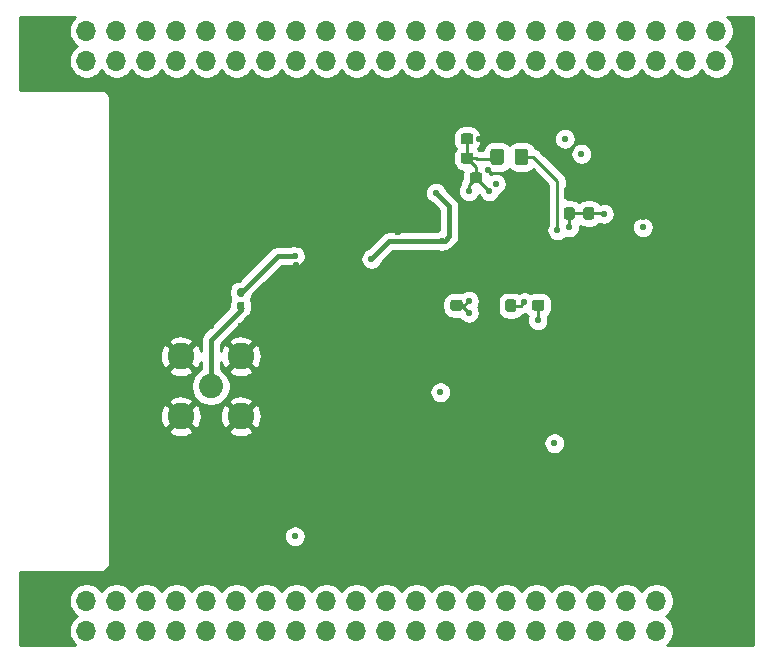
<source format=gbr>
%TF.GenerationSoftware,KiCad,Pcbnew,(5.1.9)-1*%
%TF.CreationDate,2021-09-29T12:39:09-05:00*%
%TF.ProjectId,zigbeeCape,7a696762-6565-4436-9170-652e6b696361,rev?*%
%TF.SameCoordinates,Original*%
%TF.FileFunction,Copper,L4,Bot*%
%TF.FilePolarity,Positive*%
%FSLAX46Y46*%
G04 Gerber Fmt 4.6, Leading zero omitted, Abs format (unit mm)*
G04 Created by KiCad (PCBNEW (5.1.9)-1) date 2021-09-29 12:39:09*
%MOMM*%
%LPD*%
G01*
G04 APERTURE LIST*
%TA.AperFunction,ComponentPad*%
%ADD10C,0.515000*%
%TD*%
%TA.AperFunction,ComponentPad*%
%ADD11C,0.600000*%
%TD*%
%TA.AperFunction,ComponentPad*%
%ADD12C,2.050000*%
%TD*%
%TA.AperFunction,ComponentPad*%
%ADD13C,2.250000*%
%TD*%
%TA.AperFunction,ComponentPad*%
%ADD14R,1.700000X1.700000*%
%TD*%
%TA.AperFunction,ComponentPad*%
%ADD15O,1.700000X1.700000*%
%TD*%
%TA.AperFunction,ViaPad*%
%ADD16C,0.558800*%
%TD*%
%TA.AperFunction,Conductor*%
%ADD17C,0.254000*%
%TD*%
%TA.AperFunction,Conductor*%
%ADD18C,0.381000*%
%TD*%
%TA.AperFunction,Conductor*%
%ADD19C,0.100000*%
%TD*%
G04 APERTURE END LIST*
D10*
%TO.P,U1,49*%
%TO.N,GND*%
X43670000Y32400000D03*
X43670000Y33430000D03*
X43670000Y34460000D03*
X43670000Y35490000D03*
X43670000Y36520000D03*
X42640000Y32400000D03*
X42640000Y33430000D03*
X42640000Y34460000D03*
X42640000Y35490000D03*
X42640000Y36520000D03*
X41610000Y32400000D03*
X41610000Y33430000D03*
X41610000Y34460000D03*
X41610000Y35490000D03*
X41610000Y36520000D03*
X40580000Y32400000D03*
X40580000Y33430000D03*
X40580000Y34460000D03*
X40580000Y35490000D03*
X40580000Y36520000D03*
X39550000Y32400000D03*
X39550000Y33430000D03*
X39550000Y34460000D03*
X39550000Y35490000D03*
X39550000Y36520000D03*
%TD*%
D11*
%TO.P,REF\u002A\u002A,1*%
%TO.N,GND*%
X46863000Y22479000D03*
%TD*%
%TO.P,REF\u002A\u002A,1*%
%TO.N,GND*%
X44196000Y25146000D03*
%TD*%
%TO.P,REF\u002A\u002A,1*%
%TO.N,GND*%
X47117000Y27559000D03*
%TD*%
%TO.P,REF\u002A\u002A,1*%
%TO.N,GND*%
X47244000Y33528000D03*
%TD*%
%TO.P,REF\u002A\u002A,1*%
%TO.N,GND*%
X40132000Y45720000D03*
%TD*%
%TO.P,REF\u002A\u002A,1*%
%TO.N,GND*%
X37592000Y45974000D03*
%TD*%
%TO.P,REF\u002A\u002A,1*%
%TO.N,GND*%
X40132000Y48006000D03*
%TD*%
%TO.P,REF\u002A\u002A,1*%
%TO.N,GND*%
X37592000Y48006000D03*
%TD*%
%TO.P,REF\u002A\u002A,1*%
%TO.N,GND*%
X46609000Y41656000D03*
%TD*%
%TO.P,REF\u002A\u002A,1*%
%TO.N,GND*%
X44958000Y43180000D03*
%TD*%
%TO.P,REF\u002A\u002A,1*%
%TO.N,GND*%
X42291000Y43815000D03*
%TD*%
%TO.P,REF\u002A\u002A,1*%
%TO.N,GND*%
X44831000Y45466000D03*
%TD*%
%TO.P,REF\u002A\u002A,1*%
%TO.N,GND*%
X42291000Y45466000D03*
%TD*%
%TO.P,REF\u002A\u002A,1*%
%TO.N,GND*%
X44831000Y48006000D03*
%TD*%
%TO.P,REF\u002A\u002A,1*%
%TO.N,GND*%
X34290000Y43561000D03*
%TD*%
%TO.P,REF\u002A\u002A,1*%
%TO.N,GND*%
X31750000Y43561000D03*
%TD*%
%TO.P,REF\u002A\u002A,1*%
%TO.N,GND*%
X29591000Y42926000D03*
%TD*%
%TO.P,REF\u002A\u002A,1*%
%TO.N,GND*%
X34671000Y45466000D03*
%TD*%
%TO.P,REF\u002A\u002A,1*%
%TO.N,GND*%
X32131000Y45466000D03*
%TD*%
%TO.P,REF\u002A\u002A,1*%
%TO.N,GND*%
X29591000Y45466000D03*
%TD*%
%TO.P,REF\u002A\u002A,1*%
%TO.N,GND*%
X34671000Y48006000D03*
%TD*%
%TO.P,REF\u002A\u002A,1*%
%TO.N,GND*%
X32131000Y48006000D03*
%TD*%
D12*
%TO.P,U3,1*%
%TO.N,Net-(C31-Pad2)*%
X16891000Y22606000D03*
D13*
%TO.P,U3,2*%
%TO.N,GND*%
X19431000Y20066000D03*
X19431000Y25146000D03*
X14351000Y25146000D03*
X14351000Y20066000D03*
%TD*%
D11*
%TO.P,REF\u002A\u002A,1*%
%TO.N,GND*%
X25273000Y35433000D03*
%TD*%
%TO.P,REF\u002A\u002A,1*%
%TO.N,GND*%
X28194000Y35560000D03*
%TD*%
%TO.P,REF\u002A\u002A,1*%
%TO.N,GND*%
X26670000Y34290000D03*
%TD*%
%TO.P,REF\u002A\u002A,1*%
%TO.N,GND*%
X27559000Y36957000D03*
%TD*%
%TO.P,REF\u002A\u002A,1*%
%TO.N,GND*%
X30480000Y36576000D03*
%TD*%
%TO.P,REF\u002A\u002A,1*%
%TO.N,GND*%
X29210000Y38100000D03*
%TD*%
%TO.P,REF\u002A\u002A,1*%
%TO.N,GND*%
X27305000Y38608000D03*
%TD*%
%TO.P,REF\u002A\u002A,1*%
%TO.N,GND*%
X28448000Y39751000D03*
%TD*%
%TO.P,REF\u002A\u002A,1*%
%TO.N,GND*%
X30099000Y39751000D03*
%TD*%
%TO.P,REF\u002A\u002A,1*%
%TO.N,GND*%
X31115000Y38481000D03*
%TD*%
%TO.P,REF\u002A\u002A,1*%
%TO.N,GND*%
X32766000Y35687000D03*
%TD*%
%TO.P,REF\u002A\u002A,1*%
%TO.N,GND*%
X29718000Y34671000D03*
%TD*%
%TO.P,REF\u002A\u002A,1*%
%TO.N,GND*%
X27940000Y33274000D03*
%TD*%
%TO.P,REF\u002A\u002A,1*%
%TO.N,GND*%
X26035000Y31877000D03*
%TD*%
%TO.P,REF\u002A\u002A,1*%
%TO.N,GND*%
X25781000Y29972000D03*
%TD*%
%TO.P,REF\u002A\u002A,1*%
%TO.N,GND*%
X24384000Y31242000D03*
%TD*%
%TO.P,REF\u002A\u002A,1*%
%TO.N,GND*%
X30226000Y27940000D03*
%TD*%
%TO.P,REF\u002A\u002A,1*%
%TO.N,GND*%
X32639000Y28194000D03*
%TD*%
%TO.P,REF\u002A\u002A,1*%
%TO.N,GND*%
X31242000Y26797000D03*
%TD*%
%TO.P,REF\u002A\u002A,1*%
%TO.N,GND*%
X28702000Y26416000D03*
%TD*%
%TO.P,REF\u002A\u002A,1*%
%TO.N,GND*%
X28829000Y23876000D03*
%TD*%
%TO.P,REF\u002A\u002A,1*%
%TO.N,GND*%
X25654000Y10287000D03*
%TD*%
%TO.P,REF\u002A\u002A,1*%
%TO.N,GND*%
X15875000Y9144000D03*
%TD*%
%TO.P,REF\u002A\u002A,1*%
%TO.N,GND*%
X12954000Y9144000D03*
%TD*%
%TO.P,REF\u002A\u002A,1*%
%TO.N,GND*%
X31750000Y16383000D03*
%TD*%
%TO.P,REF\u002A\u002A,1*%
%TO.N,GND*%
X31750000Y18796000D03*
%TD*%
%TO.P,REF\u002A\u002A,1*%
%TO.N,GND*%
X29591000Y19939000D03*
%TD*%
%TO.P,REF\u002A\u002A,1*%
%TO.N,GND*%
X29464000Y17526000D03*
%TD*%
%TO.P,REF\u002A\u002A,1*%
%TO.N,GND*%
X29464000Y14986000D03*
%TD*%
%TO.P,REF\u002A\u002A,1*%
%TO.N,GND*%
X27051000Y12446000D03*
%TD*%
%TO.P,REF\u002A\u002A,1*%
%TO.N,GND*%
X24511000Y12446000D03*
%TD*%
%TO.P,REF\u002A\u002A,1*%
%TO.N,GND*%
X21971000Y12446000D03*
%TD*%
%TO.P,REF\u002A\u002A,1*%
%TO.N,GND*%
X18440400Y10718800D03*
%TD*%
%TO.P,REF\u002A\u002A,1*%
%TO.N,GND*%
X16281400Y12776200D03*
%TD*%
%TO.P,REF\u002A\u002A,1*%
%TO.N,GND*%
X12903200Y12801600D03*
%TD*%
%TO.P,REF\u002A\u002A,1*%
%TO.N,GND*%
X9271000Y10668000D03*
%TD*%
%TO.P,REF\u002A\u002A,1*%
%TO.N,GND*%
X27051000Y14986000D03*
%TD*%
%TO.P,REF\u002A\u002A,1*%
%TO.N,GND*%
X24511000Y14986000D03*
%TD*%
%TO.P,REF\u002A\u002A,1*%
%TO.N,GND*%
X21971000Y14986000D03*
%TD*%
%TO.P,REF\u002A\u002A,1*%
%TO.N,GND*%
X19431000Y14986000D03*
%TD*%
%TO.P,REF\u002A\u002A,1*%
%TO.N,GND*%
X16891000Y14986000D03*
%TD*%
%TO.P,REF\u002A\u002A,1*%
%TO.N,GND*%
X14351000Y14986000D03*
%TD*%
%TO.P,REF\u002A\u002A,1*%
%TO.N,GND*%
X11811000Y14986000D03*
%TD*%
%TO.P,REF\u002A\u002A,1*%
%TO.N,GND*%
X9271000Y14986000D03*
%TD*%
%TO.P,REF\u002A\u002A,1*%
%TO.N,GND*%
X27051000Y17526000D03*
%TD*%
%TO.P,REF\u002A\u002A,1*%
%TO.N,GND*%
X24511000Y17526000D03*
%TD*%
%TO.P,REF\u002A\u002A,1*%
%TO.N,GND*%
X21971000Y17526000D03*
%TD*%
%TO.P,REF\u002A\u002A,1*%
%TO.N,GND*%
X19431000Y17526000D03*
%TD*%
%TO.P,REF\u002A\u002A,1*%
%TO.N,GND*%
X16891000Y17526000D03*
%TD*%
%TO.P,REF\u002A\u002A,1*%
%TO.N,GND*%
X14351000Y17526000D03*
%TD*%
%TO.P,REF\u002A\u002A,1*%
%TO.N,GND*%
X11811000Y17526000D03*
%TD*%
%TO.P,REF\u002A\u002A,1*%
%TO.N,GND*%
X9271000Y17526000D03*
%TD*%
%TO.P,REF\u002A\u002A,1*%
%TO.N,GND*%
X27051000Y20066000D03*
%TD*%
%TO.P,REF\u002A\u002A,1*%
%TO.N,GND*%
X24511000Y20066000D03*
%TD*%
%TO.P,REF\u002A\u002A,1*%
%TO.N,GND*%
X21971000Y20066000D03*
%TD*%
%TO.P,REF\u002A\u002A,1*%
%TO.N,GND*%
X16891000Y20066000D03*
%TD*%
%TO.P,REF\u002A\u002A,1*%
%TO.N,GND*%
X11811000Y20066000D03*
%TD*%
%TO.P,REF\u002A\u002A,1*%
%TO.N,GND*%
X9271000Y20066000D03*
%TD*%
%TO.P,REF\u002A\u002A,1*%
%TO.N,GND*%
X27051000Y22606000D03*
%TD*%
%TO.P,REF\u002A\u002A,1*%
%TO.N,GND*%
X24511000Y22606000D03*
%TD*%
%TO.P,REF\u002A\u002A,1*%
%TO.N,GND*%
X21971000Y22606000D03*
%TD*%
%TO.P,REF\u002A\u002A,1*%
%TO.N,GND*%
X19431000Y22606000D03*
%TD*%
%TO.P,REF\u002A\u002A,1*%
%TO.N,GND*%
X14351000Y22606000D03*
%TD*%
%TO.P,REF\u002A\u002A,1*%
%TO.N,GND*%
X11811000Y22606000D03*
%TD*%
%TO.P,REF\u002A\u002A,1*%
%TO.N,GND*%
X9271000Y22606000D03*
%TD*%
%TO.P,REF\u002A\u002A,1*%
%TO.N,GND*%
X27051000Y25146000D03*
%TD*%
%TO.P,REF\u002A\u002A,1*%
%TO.N,GND*%
X24511000Y25146000D03*
%TD*%
%TO.P,REF\u002A\u002A,1*%
%TO.N,GND*%
X21971000Y25146000D03*
%TD*%
%TO.P,REF\u002A\u002A,1*%
%TO.N,GND*%
X11811000Y25146000D03*
%TD*%
%TO.P,REF\u002A\u002A,1*%
%TO.N,GND*%
X9271000Y25146000D03*
%TD*%
%TO.P,REF\u002A\u002A,1*%
%TO.N,GND*%
X27051000Y27686000D03*
%TD*%
%TO.P,REF\u002A\u002A,1*%
%TO.N,GND*%
X21971000Y27686000D03*
%TD*%
%TO.P,REF\u002A\u002A,1*%
%TO.N,GND*%
X19431000Y27686000D03*
%TD*%
%TO.P,REF\u002A\u002A,1*%
%TO.N,GND*%
X16891000Y27686000D03*
%TD*%
%TO.P,REF\u002A\u002A,1*%
%TO.N,GND*%
X14351000Y27686000D03*
%TD*%
%TO.P,REF\u002A\u002A,1*%
%TO.N,GND*%
X11811000Y27686000D03*
%TD*%
%TO.P,REF\u002A\u002A,1*%
%TO.N,GND*%
X9271000Y27686000D03*
%TD*%
%TO.P,REF\u002A\u002A,1*%
%TO.N,GND*%
X21971000Y30226000D03*
%TD*%
%TO.P,REF\u002A\u002A,1*%
%TO.N,GND*%
X16891000Y30226000D03*
%TD*%
%TO.P,REF\u002A\u002A,1*%
%TO.N,GND*%
X14351000Y30226000D03*
%TD*%
%TO.P,REF\u002A\u002A,1*%
%TO.N,GND*%
X11811000Y30226000D03*
%TD*%
%TO.P,REF\u002A\u002A,1*%
%TO.N,GND*%
X9271000Y30226000D03*
%TD*%
%TO.P,REF\u002A\u002A,1*%
%TO.N,GND*%
X19431000Y32766000D03*
%TD*%
%TO.P,REF\u002A\u002A,1*%
%TO.N,GND*%
X16891000Y32766000D03*
%TD*%
%TO.P,REF\u002A\u002A,1*%
%TO.N,GND*%
X14351000Y32766000D03*
%TD*%
%TO.P,REF\u002A\u002A,1*%
%TO.N,GND*%
X11811000Y32766000D03*
%TD*%
%TO.P,REF\u002A\u002A,1*%
%TO.N,GND*%
X9271000Y32766000D03*
%TD*%
%TO.P,REF\u002A\u002A,1*%
%TO.N,GND*%
X21590000Y35306000D03*
%TD*%
%TO.P,REF\u002A\u002A,1*%
%TO.N,GND*%
X19431000Y35306000D03*
%TD*%
%TO.P,REF\u002A\u002A,1*%
%TO.N,GND*%
X16891000Y35306000D03*
%TD*%
%TO.P,REF\u002A\u002A,1*%
%TO.N,GND*%
X14351000Y35306000D03*
%TD*%
%TO.P,REF\u002A\u002A,1*%
%TO.N,GND*%
X11811000Y35306000D03*
%TD*%
%TO.P,REF\u002A\u002A,1*%
%TO.N,GND*%
X9271000Y35306000D03*
%TD*%
%TO.P,REF\u002A\u002A,1*%
%TO.N,GND*%
X21971000Y37846000D03*
%TD*%
%TO.P,REF\u002A\u002A,1*%
%TO.N,GND*%
X19431000Y37846000D03*
%TD*%
%TO.P,REF\u002A\u002A,1*%
%TO.N,GND*%
X16891000Y37846000D03*
%TD*%
%TO.P,REF\u002A\u002A,1*%
%TO.N,GND*%
X14351000Y37846000D03*
%TD*%
%TO.P,REF\u002A\u002A,1*%
%TO.N,GND*%
X11811000Y37846000D03*
%TD*%
%TO.P,REF\u002A\u002A,1*%
%TO.N,GND*%
X9271000Y37846000D03*
%TD*%
%TO.P,REF\u002A\u002A,1*%
%TO.N,GND*%
X24511000Y40386000D03*
%TD*%
%TO.P,REF\u002A\u002A,1*%
%TO.N,GND*%
X21971000Y40386000D03*
%TD*%
%TO.P,REF\u002A\u002A,1*%
%TO.N,GND*%
X19431000Y40386000D03*
%TD*%
%TO.P,REF\u002A\u002A,1*%
%TO.N,GND*%
X16891000Y40386000D03*
%TD*%
%TO.P,REF\u002A\u002A,1*%
%TO.N,GND*%
X14351000Y40386000D03*
%TD*%
%TO.P,REF\u002A\u002A,1*%
%TO.N,GND*%
X11811000Y40386000D03*
%TD*%
%TO.P,REF\u002A\u002A,1*%
%TO.N,GND*%
X9271000Y40386000D03*
%TD*%
%TO.P,REF\u002A\u002A,1*%
%TO.N,GND*%
X27051000Y42926000D03*
%TD*%
%TO.P,REF\u002A\u002A,1*%
%TO.N,GND*%
X24511000Y42926000D03*
%TD*%
%TO.P,REF\u002A\u002A,1*%
%TO.N,GND*%
X21971000Y42926000D03*
%TD*%
%TO.P,REF\u002A\u002A,1*%
%TO.N,GND*%
X19431000Y42926000D03*
%TD*%
%TO.P,REF\u002A\u002A,1*%
%TO.N,GND*%
X16891000Y42926000D03*
%TD*%
%TO.P,REF\u002A\u002A,1*%
%TO.N,GND*%
X14351000Y42926000D03*
%TD*%
%TO.P,REF\u002A\u002A,1*%
%TO.N,GND*%
X11811000Y42926000D03*
%TD*%
%TO.P,REF\u002A\u002A,1*%
%TO.N,GND*%
X9271000Y42926000D03*
%TD*%
%TO.P,REF\u002A\u002A,1*%
%TO.N,GND*%
X27051000Y45466000D03*
%TD*%
%TO.P,REF\u002A\u002A,1*%
%TO.N,GND*%
X24511000Y45466000D03*
%TD*%
%TO.P,REF\u002A\u002A,1*%
%TO.N,GND*%
X21971000Y45466000D03*
%TD*%
%TO.P,REF\u002A\u002A,1*%
%TO.N,GND*%
X19431000Y45466000D03*
%TD*%
%TO.P,REF\u002A\u002A,1*%
%TO.N,GND*%
X16891000Y45466000D03*
%TD*%
%TO.P,REF\u002A\u002A,1*%
%TO.N,GND*%
X14351000Y45466000D03*
%TD*%
%TO.P,REF\u002A\u002A,1*%
%TO.N,GND*%
X11811000Y45466000D03*
%TD*%
%TO.P,REF\u002A\u002A,1*%
%TO.N,GND*%
X9271000Y45466000D03*
%TD*%
%TO.P,REF\u002A\u002A,1*%
%TO.N,GND*%
X27051000Y48006000D03*
%TD*%
%TO.P,REF\u002A\u002A,1*%
%TO.N,GND*%
X24511000Y48006000D03*
%TD*%
%TO.P,REF\u002A\u002A,1*%
%TO.N,GND*%
X21971000Y48006000D03*
%TD*%
%TO.P,REF\u002A\u002A,1*%
%TO.N,GND*%
X19431000Y48006000D03*
%TD*%
%TO.P,REF\u002A\u002A,1*%
%TO.N,GND*%
X16891000Y48006000D03*
%TD*%
%TO.P,REF\u002A\u002A,1*%
%TO.N,GND*%
X14351000Y48006000D03*
%TD*%
%TO.P,REF\u002A\u002A,1*%
%TO.N,GND*%
X11811000Y48006000D03*
%TD*%
%TO.P,REF\u002A\u002A,1*%
%TO.N,GND*%
X56388000Y42672000D03*
%TD*%
%TO.P,REF\u002A\u002A,1*%
%TO.N,GND*%
X58293000Y41402000D03*
%TD*%
%TO.P,REF\u002A\u002A,1*%
%TO.N,GND*%
X52247800Y44348400D03*
%TD*%
%TO.P,REF\u002A\u002A,1*%
%TO.N,GND*%
X54737000Y44958000D03*
%TD*%
%TO.P,REF\u002A\u002A,1*%
%TO.N,GND*%
X57912000Y44831000D03*
%TD*%
%TO.P,REF\u002A\u002A,1*%
%TO.N,GND*%
X59817000Y33401000D03*
%TD*%
%TO.P,REF\u002A\u002A,1*%
%TO.N,GND*%
X57658000Y31623000D03*
%TD*%
%TO.P,REF\u002A\u002A,1*%
%TO.N,GND*%
X57658000Y29718000D03*
%TD*%
%TO.P,REF\u002A\u002A,1*%
%TO.N,GND*%
X54483000Y29591000D03*
%TD*%
%TO.P,REF\u002A\u002A,1*%
%TO.N,GND*%
X57404000Y27305000D03*
%TD*%
%TO.P,REF\u002A\u002A,1*%
%TO.N,GND*%
X54356000Y27432000D03*
%TD*%
%TO.P,REF\u002A\u002A,1*%
%TO.N,GND*%
X57404000Y20447000D03*
%TD*%
%TO.P,REF\u002A\u002A,1*%
%TO.N,GND*%
X54229000Y20447000D03*
%TD*%
%TO.P,REF\u002A\u002A,1*%
%TO.N,GND*%
X44754800Y10464800D03*
%TD*%
%TO.P,REF\u002A\u002A,1*%
%TO.N,GND*%
X47244000Y11176000D03*
%TD*%
%TO.P,REF\u002A\u002A,1*%
%TO.N,GND*%
X46482000Y14478000D03*
%TD*%
%TO.P,REF\u002A\u002A,1*%
%TO.N,GND*%
X49149000Y14732000D03*
%TD*%
%TO.P,REF\u002A\u002A,1*%
%TO.N,GND*%
X42672000Y13335000D03*
%TD*%
%TO.P,REF\u002A\u002A,1*%
%TO.N,GND*%
X42545000Y19939000D03*
%TD*%
%TO.P,REF\u002A\u002A,1*%
%TO.N,GND*%
X41529000Y22479000D03*
%TD*%
%TO.P,REF\u002A\u002A,1*%
%TO.N,GND*%
X41275000Y9652000D03*
%TD*%
%TO.P,REF\u002A\u002A,1*%
%TO.N,GND*%
X38100000Y6350000D03*
%TD*%
%TO.P,REF\u002A\u002A,1*%
%TO.N,GND*%
X57531000Y12065000D03*
%TD*%
%TO.P,REF\u002A\u002A,1*%
%TO.N,GND*%
X54229000Y12065000D03*
%TD*%
%TO.P,L1,2*%
%TO.N,VDDR*%
%TA.AperFunction,SMDPad,CuDef*%
G36*
G01*
X41714000Y42487001D02*
X41714000Y41586999D01*
G75*
G02*
X41464001Y41337000I-249999J0D01*
G01*
X40813999Y41337000D01*
G75*
G02*
X40564000Y41586999I0J249999D01*
G01*
X40564000Y42487001D01*
G75*
G02*
X40813999Y42737000I249999J0D01*
G01*
X41464001Y42737000D01*
G75*
G02*
X41714000Y42487001I0J-249999D01*
G01*
G37*
%TD.AperFunction*%
%TO.P,L1,1*%
%TO.N,DCDC_SW*%
%TA.AperFunction,SMDPad,CuDef*%
G36*
G01*
X43764000Y42487001D02*
X43764000Y41586999D01*
G75*
G02*
X43514001Y41337000I-249999J0D01*
G01*
X42863999Y41337000D01*
G75*
G02*
X42614000Y41586999I0J249999D01*
G01*
X42614000Y42487001D01*
G75*
G02*
X42863999Y42737000I249999J0D01*
G01*
X43514001Y42737000D01*
G75*
G02*
X43764000Y42487001I0J-249999D01*
G01*
G37*
%TD.AperFunction*%
%TD*%
%TO.P,C13,2*%
%TO.N,GND*%
%TA.AperFunction,SMDPad,CuDef*%
G36*
G01*
X38156000Y40496500D02*
X38156000Y40021500D01*
G75*
G02*
X37918500Y39784000I-237500J0D01*
G01*
X37318500Y39784000D01*
G75*
G02*
X37081000Y40021500I0J237500D01*
G01*
X37081000Y40496500D01*
G75*
G02*
X37318500Y40734000I237500J0D01*
G01*
X37918500Y40734000D01*
G75*
G02*
X38156000Y40496500I0J-237500D01*
G01*
G37*
%TD.AperFunction*%
%TO.P,C13,1*%
%TO.N,VDDR*%
%TA.AperFunction,SMDPad,CuDef*%
G36*
G01*
X39881000Y40496500D02*
X39881000Y40021500D01*
G75*
G02*
X39643500Y39784000I-237500J0D01*
G01*
X39043500Y39784000D01*
G75*
G02*
X38806000Y40021500I0J237500D01*
G01*
X38806000Y40496500D01*
G75*
G02*
X39043500Y40734000I237500J0D01*
G01*
X39643500Y40734000D01*
G75*
G02*
X39881000Y40496500I0J-237500D01*
G01*
G37*
%TD.AperFunction*%
%TD*%
%TO.P,C31,2*%
%TO.N,Net-(C31-Pad2)*%
%TA.AperFunction,SMDPad,CuDef*%
G36*
G01*
X19276000Y29772000D02*
X19586000Y29772000D01*
G75*
G02*
X19741000Y29617000I0J-155000D01*
G01*
X19741000Y29192000D01*
G75*
G02*
X19586000Y29037000I-155000J0D01*
G01*
X19276000Y29037000D01*
G75*
G02*
X19121000Y29192000I0J155000D01*
G01*
X19121000Y29617000D01*
G75*
G02*
X19276000Y29772000I155000J0D01*
G01*
G37*
%TD.AperFunction*%
%TO.P,C31,1*%
%TO.N,Net-(C31-Pad1)*%
%TA.AperFunction,SMDPad,CuDef*%
G36*
G01*
X19276000Y30907000D02*
X19586000Y30907000D01*
G75*
G02*
X19741000Y30752000I0J-155000D01*
G01*
X19741000Y30327000D01*
G75*
G02*
X19586000Y30172000I-155000J0D01*
G01*
X19276000Y30172000D01*
G75*
G02*
X19121000Y30327000I0J155000D01*
G01*
X19121000Y30752000D01*
G75*
G02*
X19276000Y30907000I155000J0D01*
G01*
G37*
%TD.AperFunction*%
%TD*%
%TO.P,C8,2*%
%TO.N,GND*%
%TA.AperFunction,SMDPad,CuDef*%
G36*
G01*
X42053500Y28250000D02*
X42528500Y28250000D01*
G75*
G02*
X42766000Y28012500I0J-237500D01*
G01*
X42766000Y27412500D01*
G75*
G02*
X42528500Y27175000I-237500J0D01*
G01*
X42053500Y27175000D01*
G75*
G02*
X41816000Y27412500I0J237500D01*
G01*
X41816000Y28012500D01*
G75*
G02*
X42053500Y28250000I237500J0D01*
G01*
G37*
%TD.AperFunction*%
%TO.P,C8,1*%
%TO.N,+3V3*%
%TA.AperFunction,SMDPad,CuDef*%
G36*
G01*
X42053500Y29975000D02*
X42528500Y29975000D01*
G75*
G02*
X42766000Y29737500I0J-237500D01*
G01*
X42766000Y29137500D01*
G75*
G02*
X42528500Y28900000I-237500J0D01*
G01*
X42053500Y28900000D01*
G75*
G02*
X41816000Y29137500I0J237500D01*
G01*
X41816000Y29737500D01*
G75*
G02*
X42053500Y29975000I237500J0D01*
G01*
G37*
%TD.AperFunction*%
%TD*%
%TO.P,REF\u002A\u002A,1*%
%TO.N,GND*%
X62103000Y51054000D03*
%TD*%
%TO.P,REF\u002A\u002A,1*%
%TO.N,GND*%
X62103000Y53340000D03*
%TD*%
%TO.P,REF\u002A\u002A,1*%
%TO.N,GND*%
X9271000Y32766000D03*
%TD*%
%TO.P,REF\u002A\u002A,1*%
%TO.N,GND*%
X60071000Y48006000D03*
%TD*%
%TO.P,REF\u002A\u002A,1*%
%TO.N,GND*%
X59563000Y6477000D03*
%TD*%
%TO.P,REF\u002A\u002A,1*%
%TO.N,GND*%
X57023000Y6477000D03*
%TD*%
%TO.P,REF\u002A\u002A,1*%
%TO.N,GND*%
X54483000Y6477000D03*
%TD*%
%TO.P,REF\u002A\u002A,1*%
%TO.N,GND*%
X51816000Y6477000D03*
%TD*%
%TO.P,REF\u002A\u002A,1*%
%TO.N,GND*%
X49530000Y6477000D03*
%TD*%
%TO.P,REF\u002A\u002A,1*%
%TO.N,GND*%
X46990000Y6477000D03*
%TD*%
%TO.P,REF\u002A\u002A,1*%
%TO.N,GND*%
X44450000Y6477000D03*
%TD*%
%TO.P,REF\u002A\u002A,1*%
%TO.N,GND*%
X41910000Y6477000D03*
%TD*%
%TO.P,REF\u002A\u002A,1*%
%TO.N,GND*%
X22733000Y6477000D03*
%TD*%
%TO.P,REF\u002A\u002A,1*%
%TO.N,GND*%
X20193000Y6477000D03*
%TD*%
%TO.P,REF\u002A\u002A,1*%
%TO.N,GND*%
X17653000Y6477000D03*
%TD*%
%TO.P,REF\u002A\u002A,1*%
%TO.N,GND*%
X15113000Y6477000D03*
%TD*%
%TO.P,REF\u002A\u002A,1*%
%TO.N,GND*%
X12700000Y6477000D03*
%TD*%
%TO.P,REF\u002A\u002A,1*%
%TO.N,GND*%
X9271000Y48006000D03*
%TD*%
D14*
%TO.P,U5,1*%
%TO.N,GND*%
X3810000Y1905000D03*
D15*
%TO.P,U5,2*%
X3810000Y4445000D03*
%TO.P,U5,3*%
%TO.N,+3V3*%
X6350000Y1905000D03*
%TO.P,U5,4*%
X6350000Y4445000D03*
%TO.P,U5,5*%
%TO.N,Net-(U5-Pad5)*%
X8890000Y1905000D03*
%TO.P,U5,6*%
%TO.N,Net-(U5-Pad6)*%
X8890000Y4445000D03*
%TO.P,U5,7*%
%TO.N,Net-(U5-Pad7)*%
X11430000Y1905000D03*
%TO.P,U5,8*%
%TO.N,Net-(U5-Pad8)*%
X11430000Y4445000D03*
%TO.P,U5,9*%
%TO.N,Net-(U5-Pad9)*%
X13970000Y1905000D03*
%TO.P,U5,10*%
%TO.N,/BeagleBone_Headers/BeagleBone_Reset*%
X13970000Y4445000D03*
%TO.P,U5,11*%
%TO.N,Net-(U5-Pad11)*%
X16510000Y1905000D03*
%TO.P,U5,12*%
%TO.N,Net-(U5-Pad12)*%
X16510000Y4445000D03*
%TO.P,U5,13*%
%TO.N,Net-(U5-Pad13)*%
X19050000Y1905000D03*
%TO.P,U5,14*%
%TO.N,Net-(U5-Pad14)*%
X19050000Y4445000D03*
%TO.P,U5,15*%
%TO.N,Net-(U5-Pad15)*%
X21590000Y1905000D03*
%TO.P,U5,16*%
%TO.N,Net-(U5-Pad16)*%
X21590000Y4445000D03*
%TO.P,U5,17*%
%TO.N,SPI_CS*%
X24130000Y1905000D03*
%TO.P,U5,18*%
%TO.N,SPI_MOSI*%
X24130000Y4445000D03*
%TO.P,U5,19*%
%TO.N,I2C2_SCL*%
X26670000Y1905000D03*
%TO.P,U5,20*%
%TO.N,I2C2_SDA*%
X26670000Y4445000D03*
%TO.P,U5,21*%
%TO.N,SPI_MISO*%
X29210000Y1905000D03*
%TO.P,U5,22*%
%TO.N,SPI_CLK*%
X29210000Y4445000D03*
%TO.P,U5,23*%
%TO.N,Net-(U5-Pad23)*%
X31750000Y1905000D03*
%TO.P,U5,24*%
%TO.N,UART_TX*%
X31750000Y4445000D03*
%TO.P,U5,25*%
%TO.N,Net-(U5-Pad25)*%
X34290000Y1905000D03*
%TO.P,U5,26*%
%TO.N,UART_RX*%
X34290000Y4445000D03*
%TO.P,U5,27*%
%TO.N,Net-(U5-Pad27)*%
X36830000Y1905000D03*
%TO.P,U5,28*%
%TO.N,Net-(U5-Pad28)*%
X36830000Y4445000D03*
%TO.P,U5,29*%
%TO.N,Net-(U5-Pad29)*%
X39370000Y1905000D03*
%TO.P,U5,30*%
%TO.N,Network_Connect*%
X39370000Y4445000D03*
%TO.P,U5,31*%
%TO.N,Net-(U5-Pad31)*%
X41910000Y1905000D03*
%TO.P,U5,32*%
%TO.N,Net-(U5-Pad32)*%
X41910000Y4445000D03*
%TO.P,U5,33*%
%TO.N,Net-(U5-Pad33)*%
X44450000Y1905000D03*
%TO.P,U5,34*%
%TO.N,Net-(U5-Pad34)*%
X44450000Y4445000D03*
%TO.P,U5,35*%
%TO.N,Net-(U5-Pad35)*%
X46990000Y1905000D03*
%TO.P,U5,36*%
%TO.N,Net-(U5-Pad36)*%
X46990000Y4445000D03*
%TO.P,U5,37*%
%TO.N,Net-(U5-Pad37)*%
X49530000Y1905000D03*
%TO.P,U5,38*%
%TO.N,Net-(U5-Pad38)*%
X49530000Y4445000D03*
%TO.P,U5,39*%
%TO.N,Net-(U5-Pad39)*%
X52070000Y1905000D03*
%TO.P,U5,40*%
%TO.N,Net-(U5-Pad40)*%
X52070000Y4445000D03*
%TO.P,U5,41*%
%TO.N,Lan_HeartBeat*%
X54610000Y1905000D03*
%TO.P,U5,42*%
%TO.N,Net-(U5-Pad42)*%
X54610000Y4445000D03*
%TO.P,U5,43*%
%TO.N,GND*%
X57150000Y1905000D03*
%TO.P,U5,44*%
X57150000Y4445000D03*
%TO.P,U5,45*%
X59690000Y1905000D03*
%TO.P,U5,46*%
X59690000Y4445000D03*
%TD*%
D11*
%TO.P,REF\u002A\u002A,1*%
%TO.N,GND*%
X9271000Y6477000D03*
%TD*%
%TO.P,REF\u002A\u002A,1*%
%TO.N,GND*%
X9271000Y14986000D03*
%TD*%
%TO.P,REF\u002A\u002A,1*%
%TO.N,GND*%
X9271000Y17526000D03*
%TD*%
%TO.P,REF\u002A\u002A,1*%
%TO.N,GND*%
X9271000Y20066000D03*
%TD*%
%TO.P,REF\u002A\u002A,1*%
%TO.N,GND*%
X9271000Y22606000D03*
%TD*%
%TO.P,REF\u002A\u002A,1*%
%TO.N,GND*%
X9271000Y25146000D03*
%TD*%
%TO.P,REF\u002A\u002A,1*%
%TO.N,GND*%
X9271000Y27686000D03*
%TD*%
%TO.P,REF\u002A\u002A,1*%
%TO.N,GND*%
X9271000Y30226000D03*
%TD*%
%TO.P,REF\u002A\u002A,1*%
%TO.N,GND*%
X9271000Y35306000D03*
%TD*%
%TO.P,REF\u002A\u002A,1*%
%TO.N,GND*%
X9271000Y37846000D03*
%TD*%
%TO.P,REF\u002A\u002A,1*%
%TO.N,GND*%
X9271000Y40386000D03*
%TD*%
%TO.P,REF\u002A\u002A,1*%
%TO.N,GND*%
X9271000Y42926000D03*
%TD*%
%TO.P,REF\u002A\u002A,1*%
%TO.N,GND*%
X9271000Y45466000D03*
%TD*%
%TO.P,REF\u002A\u002A,1*%
%TO.N,GND*%
X62103000Y6096000D03*
%TD*%
%TO.P,REF\u002A\u002A,1*%
%TO.N,GND*%
X62103000Y12446000D03*
%TD*%
%TO.P,REF\u002A\u002A,1*%
%TO.N,GND*%
X62103000Y7874000D03*
%TD*%
%TO.P,REF\u002A\u002A,1*%
%TO.N,GND*%
X62103000Y9906000D03*
%TD*%
%TO.P,REF\u002A\u002A,1*%
%TO.N,GND*%
X62103000Y14986000D03*
%TD*%
%TO.P,REF\u002A\u002A,1*%
%TO.N,GND*%
X62103000Y17526000D03*
%TD*%
%TO.P,REF\u002A\u002A,1*%
%TO.N,GND*%
X62103000Y20066000D03*
%TD*%
%TO.P,REF\u002A\u002A,1*%
%TO.N,GND*%
X62103000Y22606000D03*
%TD*%
%TO.P,REF\u002A\u002A,1*%
%TO.N,GND*%
X62103000Y25146000D03*
%TD*%
%TO.P,REF\u002A\u002A,1*%
%TO.N,GND*%
X62103000Y27686000D03*
%TD*%
%TO.P,REF\u002A\u002A,1*%
%TO.N,GND*%
X62103000Y30226000D03*
%TD*%
%TO.P,REF\u002A\u002A,1*%
%TO.N,GND*%
X62103000Y32766000D03*
%TD*%
%TO.P,REF\u002A\u002A,1*%
%TO.N,GND*%
X62103000Y35306000D03*
%TD*%
%TO.P,REF\u002A\u002A,1*%
%TO.N,GND*%
X62103000Y37846000D03*
%TD*%
%TO.P,REF\u002A\u002A,1*%
%TO.N,GND*%
X62103000Y40386000D03*
%TD*%
%TO.P,REF\u002A\u002A,1*%
%TO.N,GND*%
X62103000Y42926000D03*
%TD*%
%TO.P,REF\u002A\u002A,1*%
%TO.N,GND*%
X62103000Y45466000D03*
%TD*%
%TO.P,REF\u002A\u002A,1*%
%TO.N,GND*%
X62103000Y48006000D03*
%TD*%
%TO.P,REF\u002A\u002A,1*%
%TO.N,GND*%
X54991000Y48006000D03*
%TD*%
%TO.P,REF\u002A\u002A,1*%
%TO.N,GND*%
X57531000Y48006000D03*
%TD*%
%TO.P,REF\u002A\u002A,1*%
%TO.N,GND*%
X52451000Y48006000D03*
%TD*%
%TO.P,REF\u002A\u002A,1*%
%TO.N,GND*%
X49911000Y48006000D03*
%TD*%
%TO.P,REF\u002A\u002A,1*%
%TO.N,GND*%
X47371000Y48006000D03*
%TD*%
%TO.P,REF\u002A\u002A,1*%
%TO.N,GND*%
X44831000Y48006000D03*
%TD*%
%TO.P,REF\u002A\u002A,1*%
%TO.N,GND*%
X42291000Y48006000D03*
%TD*%
%TO.P,REF\u002A\u002A,1*%
%TO.N,GND*%
X34671000Y48006000D03*
%TD*%
%TO.P,REF\u002A\u002A,1*%
%TO.N,GND*%
X32131000Y48006000D03*
%TD*%
%TO.P,REF\u002A\u002A,1*%
%TO.N,GND*%
X29591000Y48006000D03*
%TD*%
%TO.P,REF\u002A\u002A,1*%
%TO.N,GND*%
X27051000Y48006000D03*
%TD*%
%TO.P,REF\u002A\u002A,1*%
%TO.N,GND*%
X24511000Y48006000D03*
%TD*%
%TO.P,REF\u002A\u002A,1*%
%TO.N,GND*%
X21971000Y48006000D03*
%TD*%
%TO.P,REF\u002A\u002A,1*%
%TO.N,GND*%
X19431000Y48006000D03*
%TD*%
%TO.P,REF\u002A\u002A,1*%
%TO.N,GND*%
X16891000Y48006000D03*
%TD*%
%TO.P,REF\u002A\u002A,1*%
%TO.N,GND*%
X14351000Y48006000D03*
%TD*%
%TO.P,REF\u002A\u002A,1*%
%TO.N,GND*%
X11811000Y48006000D03*
%TD*%
%TO.P,C15,1*%
%TO.N,Net-(C15-Pad1)*%
%TA.AperFunction,SMDPad,CuDef*%
G36*
G01*
X44066000Y29226500D02*
X44066000Y29701500D01*
G75*
G02*
X44303500Y29939000I237500J0D01*
G01*
X44903500Y29939000D01*
G75*
G02*
X45141000Y29701500I0J-237500D01*
G01*
X45141000Y29226500D01*
G75*
G02*
X44903500Y28989000I-237500J0D01*
G01*
X44303500Y28989000D01*
G75*
G02*
X44066000Y29226500I0J237500D01*
G01*
G37*
%TD.AperFunction*%
%TO.P,C15,2*%
%TO.N,GND*%
%TA.AperFunction,SMDPad,CuDef*%
G36*
G01*
X45791000Y29226500D02*
X45791000Y29701500D01*
G75*
G02*
X46028500Y29939000I237500J0D01*
G01*
X46628500Y29939000D01*
G75*
G02*
X46866000Y29701500I0J-237500D01*
G01*
X46866000Y29226500D01*
G75*
G02*
X46628500Y28989000I-237500J0D01*
G01*
X46028500Y28989000D01*
G75*
G02*
X45791000Y29226500I0J237500D01*
G01*
G37*
%TD.AperFunction*%
%TD*%
D15*
%TO.P,U4,46*%
%TO.N,Net-(U4-Pad46)*%
X59690000Y52705000D03*
%TO.P,U4,45*%
%TO.N,Net-(U4-Pad45)*%
X59690000Y50165000D03*
%TO.P,U4,44*%
%TO.N,Net-(U4-Pad44)*%
X57150000Y52705000D03*
%TO.P,U4,43*%
%TO.N,Net-(U4-Pad43)*%
X57150000Y50165000D03*
%TO.P,U4,42*%
%TO.N,Net-(U4-Pad42)*%
X54610000Y52705000D03*
%TO.P,U4,41*%
%TO.N,Net-(U4-Pad41)*%
X54610000Y50165000D03*
%TO.P,U4,40*%
%TO.N,Net-(U4-Pad40)*%
X52070000Y52705000D03*
%TO.P,U4,39*%
%TO.N,Net-(U4-Pad39)*%
X52070000Y50165000D03*
%TO.P,U4,38*%
%TO.N,Net-(U4-Pad38)*%
X49530000Y52705000D03*
%TO.P,U4,37*%
%TO.N,Net-(U4-Pad37)*%
X49530000Y50165000D03*
%TO.P,U4,36*%
%TO.N,Net-(U4-Pad36)*%
X46990000Y52705000D03*
%TO.P,U4,35*%
%TO.N,Net-(U4-Pad35)*%
X46990000Y50165000D03*
%TO.P,U4,34*%
%TO.N,Net-(U4-Pad34)*%
X44450000Y52705000D03*
%TO.P,U4,33*%
%TO.N,Net-(U4-Pad33)*%
X44450000Y50165000D03*
%TO.P,U4,32*%
%TO.N,Net-(U4-Pad32)*%
X41910000Y52705000D03*
%TO.P,U4,31*%
%TO.N,Net-(U4-Pad31)*%
X41910000Y50165000D03*
%TO.P,U4,30*%
%TO.N,Net-(U4-Pad30)*%
X39370000Y52705000D03*
%TO.P,U4,29*%
%TO.N,Net-(U4-Pad29)*%
X39370000Y50165000D03*
%TO.P,U4,28*%
%TO.N,Net-(U4-Pad28)*%
X36830000Y52705000D03*
%TO.P,U4,27*%
%TO.N,Net-(U4-Pad27)*%
X36830000Y50165000D03*
%TO.P,U4,26*%
%TO.N,Net-(U4-Pad26)*%
X34290000Y52705000D03*
%TO.P,U4,25*%
%TO.N,Net-(U4-Pad25)*%
X34290000Y50165000D03*
%TO.P,U4,24*%
%TO.N,Net-(U4-Pad24)*%
X31750000Y52705000D03*
%TO.P,U4,23*%
%TO.N,Net-(U4-Pad23)*%
X31750000Y50165000D03*
%TO.P,U4,22*%
%TO.N,Net-(U4-Pad22)*%
X29210000Y52705000D03*
%TO.P,U4,21*%
%TO.N,Net-(U4-Pad21)*%
X29210000Y50165000D03*
%TO.P,U4,20*%
%TO.N,Net-(U4-Pad20)*%
X26670000Y52705000D03*
%TO.P,U4,19*%
%TO.N,Net-(U4-Pad19)*%
X26670000Y50165000D03*
%TO.P,U4,18*%
%TO.N,Net-(U4-Pad18)*%
X24130000Y52705000D03*
%TO.P,U4,17*%
%TO.N,Net-(U4-Pad17)*%
X24130000Y50165000D03*
%TO.P,U4,16*%
%TO.N,Net-(U4-Pad16)*%
X21590000Y52705000D03*
%TO.P,U4,15*%
%TO.N,Net-(U4-Pad15)*%
X21590000Y50165000D03*
%TO.P,U4,14*%
%TO.N,Net-(U4-Pad14)*%
X19050000Y52705000D03*
%TO.P,U4,13*%
%TO.N,Net-(U4-Pad13)*%
X19050000Y50165000D03*
%TO.P,U4,12*%
%TO.N,Net-(U4-Pad12)*%
X16510000Y52705000D03*
%TO.P,U4,11*%
%TO.N,Net-(U4-Pad11)*%
X16510000Y50165000D03*
%TO.P,U4,10*%
%TO.N,Net-(U4-Pad10)*%
X13970000Y52705000D03*
%TO.P,U4,9*%
%TO.N,Net-(U4-Pad9)*%
X13970000Y50165000D03*
%TO.P,U4,8*%
%TO.N,Net-(U4-Pad8)*%
X11430000Y52705000D03*
%TO.P,U4,7*%
%TO.N,Net-(U4-Pad7)*%
X11430000Y50165000D03*
%TO.P,U4,6*%
%TO.N,Net-(U4-Pad6)*%
X8890000Y52705000D03*
%TO.P,U4,5*%
%TO.N,Net-(U4-Pad5)*%
X8890000Y50165000D03*
%TO.P,U4,4*%
%TO.N,Net-(U4-Pad4)*%
X6350000Y52705000D03*
%TO.P,U4,3*%
%TO.N,Net-(U4-Pad3)*%
X6350000Y50165000D03*
%TO.P,U4,2*%
%TO.N,GND*%
X3810000Y52705000D03*
D14*
%TO.P,U4,1*%
X3810000Y50165000D03*
%TD*%
%TO.P,C6,2*%
%TO.N,GND*%
%TA.AperFunction,SMDPad,CuDef*%
G36*
G01*
X36505000Y29701500D02*
X36505000Y29226500D01*
G75*
G02*
X36267500Y28989000I-237500J0D01*
G01*
X35667500Y28989000D01*
G75*
G02*
X35430000Y29226500I0J237500D01*
G01*
X35430000Y29701500D01*
G75*
G02*
X35667500Y29939000I237500J0D01*
G01*
X36267500Y29939000D01*
G75*
G02*
X36505000Y29701500I0J-237500D01*
G01*
G37*
%TD.AperFunction*%
%TO.P,C6,1*%
%TO.N,+3V3*%
%TA.AperFunction,SMDPad,CuDef*%
G36*
G01*
X38230000Y29701500D02*
X38230000Y29226500D01*
G75*
G02*
X37992500Y28989000I-237500J0D01*
G01*
X37392500Y28989000D01*
G75*
G02*
X37155000Y29226500I0J237500D01*
G01*
X37155000Y29701500D01*
G75*
G02*
X37392500Y29939000I237500J0D01*
G01*
X37992500Y29939000D01*
G75*
G02*
X38230000Y29701500I0J-237500D01*
G01*
G37*
%TD.AperFunction*%
%TD*%
%TO.P,C9,2*%
%TO.N,GND*%
%TA.AperFunction,SMDPad,CuDef*%
G36*
G01*
X47481500Y38425000D02*
X47006500Y38425000D01*
G75*
G02*
X46769000Y38662500I0J237500D01*
G01*
X46769000Y39262500D01*
G75*
G02*
X47006500Y39500000I237500J0D01*
G01*
X47481500Y39500000D01*
G75*
G02*
X47719000Y39262500I0J-237500D01*
G01*
X47719000Y38662500D01*
G75*
G02*
X47481500Y38425000I-237500J0D01*
G01*
G37*
%TD.AperFunction*%
%TO.P,C9,1*%
%TO.N,+3V3*%
%TA.AperFunction,SMDPad,CuDef*%
G36*
G01*
X47481500Y36700000D02*
X47006500Y36700000D01*
G75*
G02*
X46769000Y36937500I0J237500D01*
G01*
X46769000Y37537500D01*
G75*
G02*
X47006500Y37775000I237500J0D01*
G01*
X47481500Y37775000D01*
G75*
G02*
X47719000Y37537500I0J-237500D01*
G01*
X47719000Y36937500D01*
G75*
G02*
X47481500Y36700000I-237500J0D01*
G01*
G37*
%TD.AperFunction*%
%TD*%
%TO.P,C10,1*%
%TO.N,+3V3*%
%TA.AperFunction,SMDPad,CuDef*%
G36*
G01*
X49132500Y36700000D02*
X48657500Y36700000D01*
G75*
G02*
X48420000Y36937500I0J237500D01*
G01*
X48420000Y37537500D01*
G75*
G02*
X48657500Y37775000I237500J0D01*
G01*
X49132500Y37775000D01*
G75*
G02*
X49370000Y37537500I0J-237500D01*
G01*
X49370000Y36937500D01*
G75*
G02*
X49132500Y36700000I-237500J0D01*
G01*
G37*
%TD.AperFunction*%
%TO.P,C10,2*%
%TO.N,GND*%
%TA.AperFunction,SMDPad,CuDef*%
G36*
G01*
X49132500Y38425000D02*
X48657500Y38425000D01*
G75*
G02*
X48420000Y38662500I0J237500D01*
G01*
X48420000Y39262500D01*
G75*
G02*
X48657500Y39500000I237500J0D01*
G01*
X49132500Y39500000D01*
G75*
G02*
X49370000Y39262500I0J-237500D01*
G01*
X49370000Y38662500D01*
G75*
G02*
X49132500Y38425000I-237500J0D01*
G01*
G37*
%TD.AperFunction*%
%TD*%
%TO.P,C11,1*%
%TO.N,VDDR*%
%TA.AperFunction,SMDPad,CuDef*%
G36*
G01*
X39119000Y43798500D02*
X39119000Y43323500D01*
G75*
G02*
X38881500Y43086000I-237500J0D01*
G01*
X38281500Y43086000D01*
G75*
G02*
X38044000Y43323500I0J237500D01*
G01*
X38044000Y43798500D01*
G75*
G02*
X38281500Y44036000I237500J0D01*
G01*
X38881500Y44036000D01*
G75*
G02*
X39119000Y43798500I0J-237500D01*
G01*
G37*
%TD.AperFunction*%
%TO.P,C11,2*%
%TO.N,GND*%
%TA.AperFunction,SMDPad,CuDef*%
G36*
G01*
X37394000Y43798500D02*
X37394000Y43323500D01*
G75*
G02*
X37156500Y43086000I-237500J0D01*
G01*
X36556500Y43086000D01*
G75*
G02*
X36319000Y43323500I0J237500D01*
G01*
X36319000Y43798500D01*
G75*
G02*
X36556500Y44036000I237500J0D01*
G01*
X37156500Y44036000D01*
G75*
G02*
X37394000Y43798500I0J-237500D01*
G01*
G37*
%TD.AperFunction*%
%TD*%
%TO.P,C16,1*%
%TO.N,VDDR*%
%TA.AperFunction,SMDPad,CuDef*%
G36*
G01*
X39119000Y42147500D02*
X39119000Y41672500D01*
G75*
G02*
X38881500Y41435000I-237500J0D01*
G01*
X38281500Y41435000D01*
G75*
G02*
X38044000Y41672500I0J237500D01*
G01*
X38044000Y42147500D01*
G75*
G02*
X38281500Y42385000I237500J0D01*
G01*
X38881500Y42385000D01*
G75*
G02*
X39119000Y42147500I0J-237500D01*
G01*
G37*
%TD.AperFunction*%
%TO.P,C16,2*%
%TO.N,GND*%
%TA.AperFunction,SMDPad,CuDef*%
G36*
G01*
X37394000Y42147500D02*
X37394000Y41672500D01*
G75*
G02*
X37156500Y41435000I-237500J0D01*
G01*
X36556500Y41435000D01*
G75*
G02*
X36319000Y41672500I0J237500D01*
G01*
X36319000Y42147500D01*
G75*
G02*
X36556500Y42385000I237500J0D01*
G01*
X37156500Y42385000D01*
G75*
G02*
X37394000Y42147500I0J-237500D01*
G01*
G37*
%TD.AperFunction*%
%TD*%
D16*
%TO.N,GND*%
X24003000Y7874000D03*
X59944000Y14986000D03*
X59944000Y16764000D03*
X49149000Y19812000D03*
X51435000Y19812000D03*
X45974000Y15875000D03*
X34290000Y42291000D03*
X32639000Y42418000D03*
X32004000Y41656000D03*
X31877000Y37846000D03*
X31877000Y36576000D03*
X33274000Y36576000D03*
X24638000Y36195000D03*
X26162000Y36195000D03*
X26162000Y37592000D03*
X25654000Y40640000D03*
X25654000Y42037000D03*
X27178000Y41910000D03*
X27178000Y30099000D03*
X26670000Y30734000D03*
X27305000Y31877000D03*
X37592000Y38989000D03*
X36322000Y40513000D03*
X35560000Y41910000D03*
X35560000Y43434000D03*
X36830000Y44831000D03*
X47244000Y40259000D03*
X48133000Y40386000D03*
X50165000Y38989000D03*
X46863000Y45339000D03*
X48133000Y46609000D03*
X51435000Y36195000D03*
X49911000Y32319600D03*
X46228000Y30988000D03*
X45593000Y28194000D03*
X33710525Y20828000D03*
X31369000Y20701000D03*
X28829000Y20701000D03*
X24257000Y34544000D03*
X25400000Y34417000D03*
X24130000Y32893000D03*
X25527000Y32893000D03*
X53467000Y36957000D03*
X55626000Y40767000D03*
X57277000Y39116000D03*
X32893000Y30734000D03*
X32893000Y29464000D03*
X31623000Y29464000D03*
X41918800Y26466800D03*
X42646600Y26365200D03*
X40360600Y40944800D03*
X39624000Y43535600D03*
X40817800Y43586400D03*
X50876200Y46659800D03*
X53695600Y46405800D03*
X58877200Y46431200D03*
X61722000Y46659800D03*
X53898800Y25095200D03*
X52197000Y26339800D03*
X58877200Y25095200D03*
X53822600Y18516600D03*
X58953400Y18465800D03*
X50190400Y10414000D03*
X49606200Y27432000D03*
%TO.N,+3V3*%
X24003000Y9906000D03*
X45974000Y17780000D03*
X41021000Y39751000D03*
X47244000Y36068000D03*
X50165000Y37211000D03*
X48260000Y42291000D03*
X46863000Y43561000D03*
X36322000Y22098000D03*
X53467000Y36068000D03*
X38735000Y29845000D03*
X38735000Y28829000D03*
X43434000Y29718000D03*
%TO.N,VDDR*%
X38735000Y39116000D03*
X40469600Y39116000D03*
%TO.N,Net-(C15-Pad1)*%
X44577000Y28194000D03*
%TO.N,/ZigBeeFiltering/RX_TX*%
X30480000Y33401000D03*
X35941000Y38989000D03*
X36423600Y34925000D03*
%TO.N,Net-(C31-Pad1)*%
X24003000Y33655000D03*
%TO.N,DCDC_SW*%
X46228000Y35814000D03*
%TD*%
D17*
%TO.N,GND*%
X37618500Y39015500D02*
X37592000Y38989000D01*
X37618500Y40259000D02*
X37618500Y39015500D01*
X36576000Y40259000D02*
X36322000Y40513000D01*
X37618500Y40259000D02*
X36576000Y40259000D01*
X36856500Y41910000D02*
X35560000Y41910000D01*
X35687000Y43561000D02*
X35560000Y43434000D01*
X36856500Y43561000D02*
X35687000Y43561000D01*
X36856500Y44804500D02*
X36830000Y44831000D01*
X36856500Y43561000D02*
X36856500Y44804500D01*
X37618500Y41148000D02*
X36856500Y41910000D01*
X37618500Y40259000D02*
X37618500Y41148000D01*
X36856500Y41910000D02*
X36856500Y43561000D01*
X47244000Y38962500D02*
X47244000Y40259000D01*
X48895000Y39624000D02*
X48133000Y40386000D01*
X48895000Y38962500D02*
X48895000Y39624000D01*
X50138500Y38962500D02*
X50165000Y38989000D01*
X48895000Y38962500D02*
X50138500Y38962500D01*
X46328500Y28929500D02*
X45593000Y28194000D01*
X46328500Y29464000D02*
X46328500Y28929500D01*
X42291000Y27712500D02*
X42291000Y27686000D01*
X42291000Y26839000D02*
X41918800Y26466800D01*
X42291000Y27712500D02*
X42291000Y26839000D01*
X42291000Y26720800D02*
X42646600Y26365200D01*
X42291000Y27712500D02*
X42291000Y26720800D01*
X46328500Y29464000D02*
X46761400Y29464000D01*
X47117000Y29108400D02*
X47117000Y27559000D01*
X46761400Y29464000D02*
X47117000Y29108400D01*
%TO.N,+3V3*%
X47244000Y37237500D02*
X47244000Y36068000D01*
X48895000Y37237500D02*
X47244000Y37237500D01*
X50138500Y37237500D02*
X50165000Y37211000D01*
X48895000Y37237500D02*
X50138500Y37237500D01*
X38354000Y29464000D02*
X38735000Y29845000D01*
X37692500Y29464000D02*
X38354000Y29464000D01*
X38100000Y29464000D02*
X38735000Y28829000D01*
X37692500Y29464000D02*
X38100000Y29464000D01*
X43153500Y29437500D02*
X43434000Y29718000D01*
X42291000Y29437500D02*
X43153500Y29437500D01*
%TO.N,VDDR*%
X39343500Y40259000D02*
X39343500Y40158500D01*
X38735000Y39650500D02*
X39343500Y40259000D01*
X38735000Y39116000D02*
X38735000Y39650500D01*
X39343500Y41148000D02*
X38581500Y41910000D01*
X39343500Y40259000D02*
X39343500Y41148000D01*
X38581500Y41910000D02*
X38581500Y43561000D01*
X39343500Y40242354D02*
X39343500Y40259000D01*
X39343500Y40242100D02*
X39343500Y40259000D01*
X40469600Y39116000D02*
X39343500Y40242100D01*
X40910399Y41808399D02*
X41139000Y42037000D01*
X39458391Y41808399D02*
X40910399Y41808399D01*
X39356790Y41910000D02*
X39458391Y41808399D01*
X38581500Y41910000D02*
X39356790Y41910000D01*
%TO.N,Net-(C15-Pad1)*%
X44603500Y28220500D02*
X44577000Y28194000D01*
X44603500Y29464000D02*
X44603500Y28220500D01*
D18*
%TO.N,/ZigBeeFiltering/RX_TX*%
X30480000Y33401000D02*
X32004000Y34925000D01*
X37084000Y37846000D02*
X35941000Y38989000D01*
X37084000Y37846000D02*
X37084000Y35306000D01*
D17*
X36423600Y34925000D02*
X36703000Y34925000D01*
D18*
X32004000Y34925000D02*
X36423600Y34925000D01*
X36703000Y34925000D02*
X37084000Y35306000D01*
%TO.N,Net-(C31-Pad1)*%
X24003000Y33655000D02*
X22546500Y33655000D01*
X22546500Y33655000D02*
X20607750Y31716250D01*
X20607750Y31716250D02*
X19431000Y30539500D01*
D17*
%TO.N,DCDC_SW*%
X44196000Y42037000D02*
X43189000Y42037000D01*
X46228000Y40005000D02*
X44196000Y42037000D01*
X46228000Y35814000D02*
X46228000Y40005000D01*
%TO.N,Net-(C31-Pad2)*%
X19431000Y29404500D02*
X19431000Y29337000D01*
X19431000Y29404500D02*
X19431000Y29083000D01*
D18*
X16891000Y26543000D02*
X16891000Y22733000D01*
X19431000Y29083000D02*
X16891000Y26543000D01*
%TD*%
D17*
%TO.N,GND*%
X5393653Y53870312D02*
X5184688Y53661347D01*
X5020505Y53415630D01*
X4907413Y53142604D01*
X4849760Y52852761D01*
X4849760Y52557239D01*
X4907413Y52267396D01*
X5020505Y51994370D01*
X5184688Y51748653D01*
X5393653Y51539688D01*
X5550330Y51435000D01*
X5393653Y51330312D01*
X5184688Y51121347D01*
X5020505Y50875630D01*
X4907413Y50602604D01*
X4849760Y50312761D01*
X4849760Y50017239D01*
X4907413Y49727396D01*
X5020505Y49454370D01*
X5184688Y49208653D01*
X5393653Y48999688D01*
X5639370Y48835505D01*
X5912396Y48722413D01*
X6202239Y48664760D01*
X6497761Y48664760D01*
X6787604Y48722413D01*
X7060630Y48835505D01*
X7306347Y48999688D01*
X7515312Y49208653D01*
X7620000Y49365330D01*
X7724688Y49208653D01*
X7933653Y48999688D01*
X8179370Y48835505D01*
X8452396Y48722413D01*
X8742239Y48664760D01*
X9037761Y48664760D01*
X9327604Y48722413D01*
X9600630Y48835505D01*
X9846347Y48999688D01*
X10055312Y49208653D01*
X10160000Y49365330D01*
X10264688Y49208653D01*
X10473653Y48999688D01*
X10719370Y48835505D01*
X10992396Y48722413D01*
X11282239Y48664760D01*
X11577761Y48664760D01*
X11867604Y48722413D01*
X12140630Y48835505D01*
X12386347Y48999688D01*
X12595312Y49208653D01*
X12700000Y49365330D01*
X12804688Y49208653D01*
X13013653Y48999688D01*
X13259370Y48835505D01*
X13532396Y48722413D01*
X13822239Y48664760D01*
X14117761Y48664760D01*
X14407604Y48722413D01*
X14680630Y48835505D01*
X14926347Y48999688D01*
X15135312Y49208653D01*
X15240000Y49365330D01*
X15344688Y49208653D01*
X15553653Y48999688D01*
X15799370Y48835505D01*
X16072396Y48722413D01*
X16362239Y48664760D01*
X16657761Y48664760D01*
X16947604Y48722413D01*
X17220630Y48835505D01*
X17466347Y48999688D01*
X17675312Y49208653D01*
X17780000Y49365330D01*
X17884688Y49208653D01*
X18093653Y48999688D01*
X18339370Y48835505D01*
X18612396Y48722413D01*
X18902239Y48664760D01*
X19197761Y48664760D01*
X19487604Y48722413D01*
X19760630Y48835505D01*
X20006347Y48999688D01*
X20215312Y49208653D01*
X20320000Y49365330D01*
X20424688Y49208653D01*
X20633653Y48999688D01*
X20879370Y48835505D01*
X21152396Y48722413D01*
X21442239Y48664760D01*
X21737761Y48664760D01*
X22027604Y48722413D01*
X22300630Y48835505D01*
X22546347Y48999688D01*
X22755312Y49208653D01*
X22860000Y49365330D01*
X22964688Y49208653D01*
X23173653Y48999688D01*
X23419370Y48835505D01*
X23692396Y48722413D01*
X23982239Y48664760D01*
X24277761Y48664760D01*
X24567604Y48722413D01*
X24840630Y48835505D01*
X25086347Y48999688D01*
X25295312Y49208653D01*
X25400000Y49365330D01*
X25504688Y49208653D01*
X25713653Y48999688D01*
X25959370Y48835505D01*
X26232396Y48722413D01*
X26522239Y48664760D01*
X26817761Y48664760D01*
X27107604Y48722413D01*
X27380630Y48835505D01*
X27626347Y48999688D01*
X27835312Y49208653D01*
X27940000Y49365330D01*
X28044688Y49208653D01*
X28253653Y48999688D01*
X28499370Y48835505D01*
X28772396Y48722413D01*
X29062239Y48664760D01*
X29357761Y48664760D01*
X29647604Y48722413D01*
X29920630Y48835505D01*
X30166347Y48999688D01*
X30375312Y49208653D01*
X30480000Y49365330D01*
X30584688Y49208653D01*
X30793653Y48999688D01*
X31039370Y48835505D01*
X31312396Y48722413D01*
X31602239Y48664760D01*
X31897761Y48664760D01*
X32187604Y48722413D01*
X32460630Y48835505D01*
X32706347Y48999688D01*
X32915312Y49208653D01*
X33020000Y49365330D01*
X33124688Y49208653D01*
X33333653Y48999688D01*
X33579370Y48835505D01*
X33852396Y48722413D01*
X34142239Y48664760D01*
X34437761Y48664760D01*
X34727604Y48722413D01*
X35000630Y48835505D01*
X35246347Y48999688D01*
X35455312Y49208653D01*
X35560000Y49365330D01*
X35664688Y49208653D01*
X35873653Y48999688D01*
X36119370Y48835505D01*
X36392396Y48722413D01*
X36682239Y48664760D01*
X36977761Y48664760D01*
X37267604Y48722413D01*
X37540630Y48835505D01*
X37786347Y48999688D01*
X37995312Y49208653D01*
X38100000Y49365330D01*
X38204688Y49208653D01*
X38413653Y48999688D01*
X38659370Y48835505D01*
X38932396Y48722413D01*
X39222239Y48664760D01*
X39517761Y48664760D01*
X39807604Y48722413D01*
X40080630Y48835505D01*
X40326347Y48999688D01*
X40535312Y49208653D01*
X40640000Y49365330D01*
X40744688Y49208653D01*
X40953653Y48999688D01*
X41199370Y48835505D01*
X41472396Y48722413D01*
X41762239Y48664760D01*
X42057761Y48664760D01*
X42347604Y48722413D01*
X42620630Y48835505D01*
X42866347Y48999688D01*
X43075312Y49208653D01*
X43180000Y49365330D01*
X43284688Y49208653D01*
X43493653Y48999688D01*
X43739370Y48835505D01*
X44012396Y48722413D01*
X44302239Y48664760D01*
X44597761Y48664760D01*
X44887604Y48722413D01*
X45160630Y48835505D01*
X45406347Y48999688D01*
X45615312Y49208653D01*
X45720000Y49365330D01*
X45824688Y49208653D01*
X46033653Y48999688D01*
X46279370Y48835505D01*
X46552396Y48722413D01*
X46842239Y48664760D01*
X47137761Y48664760D01*
X47427604Y48722413D01*
X47700630Y48835505D01*
X47946347Y48999688D01*
X48155312Y49208653D01*
X48260000Y49365330D01*
X48364688Y49208653D01*
X48573653Y48999688D01*
X48819370Y48835505D01*
X49092396Y48722413D01*
X49382239Y48664760D01*
X49677761Y48664760D01*
X49967604Y48722413D01*
X50240630Y48835505D01*
X50486347Y48999688D01*
X50695312Y49208653D01*
X50800000Y49365330D01*
X50904688Y49208653D01*
X51113653Y48999688D01*
X51359370Y48835505D01*
X51632396Y48722413D01*
X51922239Y48664760D01*
X52217761Y48664760D01*
X52507604Y48722413D01*
X52780630Y48835505D01*
X53026347Y48999688D01*
X53235312Y49208653D01*
X53340000Y49365330D01*
X53444688Y49208653D01*
X53653653Y48999688D01*
X53899370Y48835505D01*
X54172396Y48722413D01*
X54462239Y48664760D01*
X54757761Y48664760D01*
X55047604Y48722413D01*
X55320630Y48835505D01*
X55566347Y48999688D01*
X55775312Y49208653D01*
X55880000Y49365330D01*
X55984688Y49208653D01*
X56193653Y48999688D01*
X56439370Y48835505D01*
X56712396Y48722413D01*
X57002239Y48664760D01*
X57297761Y48664760D01*
X57587604Y48722413D01*
X57860630Y48835505D01*
X58106347Y48999688D01*
X58315312Y49208653D01*
X58420000Y49365330D01*
X58524688Y49208653D01*
X58733653Y48999688D01*
X58979370Y48835505D01*
X59252396Y48722413D01*
X59542239Y48664760D01*
X59837761Y48664760D01*
X60127604Y48722413D01*
X60400630Y48835505D01*
X60646347Y48999688D01*
X60855312Y49208653D01*
X61019495Y49454370D01*
X61132587Y49727396D01*
X61190240Y50017239D01*
X61190240Y50312761D01*
X61132587Y50602604D01*
X61019495Y50875630D01*
X60855312Y51121347D01*
X60646347Y51330312D01*
X60489670Y51435000D01*
X60646347Y51539688D01*
X60855312Y51748653D01*
X61019495Y51994370D01*
X61132587Y52267396D01*
X61190240Y52557239D01*
X61190240Y52852761D01*
X61132587Y53142604D01*
X61019495Y53415630D01*
X60855312Y53661347D01*
X60646347Y53870312D01*
X60624724Y53884760D01*
X62774761Y53884760D01*
X62774760Y725240D01*
X55544724Y725240D01*
X55566347Y739688D01*
X55775312Y948653D01*
X55939495Y1194370D01*
X56052587Y1467396D01*
X56110240Y1757239D01*
X56110240Y2052761D01*
X56052587Y2342604D01*
X55939495Y2615630D01*
X55775312Y2861347D01*
X55566347Y3070312D01*
X55409670Y3175000D01*
X55566347Y3279688D01*
X55775312Y3488653D01*
X55939495Y3734370D01*
X56052587Y4007396D01*
X56110240Y4297239D01*
X56110240Y4592761D01*
X56052587Y4882604D01*
X55939495Y5155630D01*
X55775312Y5401347D01*
X55566347Y5610312D01*
X55320630Y5774495D01*
X55047604Y5887587D01*
X54757761Y5945240D01*
X54462239Y5945240D01*
X54172396Y5887587D01*
X53899370Y5774495D01*
X53653653Y5610312D01*
X53444688Y5401347D01*
X53340000Y5244670D01*
X53235312Y5401347D01*
X53026347Y5610312D01*
X52780630Y5774495D01*
X52507604Y5887587D01*
X52217761Y5945240D01*
X51922239Y5945240D01*
X51632396Y5887587D01*
X51359370Y5774495D01*
X51113653Y5610312D01*
X50904688Y5401347D01*
X50800000Y5244670D01*
X50695312Y5401347D01*
X50486347Y5610312D01*
X50240630Y5774495D01*
X49967604Y5887587D01*
X49677761Y5945240D01*
X49382239Y5945240D01*
X49092396Y5887587D01*
X48819370Y5774495D01*
X48573653Y5610312D01*
X48364688Y5401347D01*
X48260000Y5244670D01*
X48155312Y5401347D01*
X47946347Y5610312D01*
X47700630Y5774495D01*
X47427604Y5887587D01*
X47137761Y5945240D01*
X46842239Y5945240D01*
X46552396Y5887587D01*
X46279370Y5774495D01*
X46033653Y5610312D01*
X45824688Y5401347D01*
X45720000Y5244670D01*
X45615312Y5401347D01*
X45406347Y5610312D01*
X45160630Y5774495D01*
X44887604Y5887587D01*
X44597761Y5945240D01*
X44302239Y5945240D01*
X44012396Y5887587D01*
X43739370Y5774495D01*
X43493653Y5610312D01*
X43284688Y5401347D01*
X43180000Y5244670D01*
X43075312Y5401347D01*
X42866347Y5610312D01*
X42620630Y5774495D01*
X42347604Y5887587D01*
X42057761Y5945240D01*
X41762239Y5945240D01*
X41472396Y5887587D01*
X41199370Y5774495D01*
X40953653Y5610312D01*
X40744688Y5401347D01*
X40640000Y5244670D01*
X40535312Y5401347D01*
X40326347Y5610312D01*
X40080630Y5774495D01*
X39807604Y5887587D01*
X39517761Y5945240D01*
X39222239Y5945240D01*
X38932396Y5887587D01*
X38659370Y5774495D01*
X38413653Y5610312D01*
X38204688Y5401347D01*
X38100000Y5244670D01*
X37995312Y5401347D01*
X37786347Y5610312D01*
X37540630Y5774495D01*
X37267604Y5887587D01*
X36977761Y5945240D01*
X36682239Y5945240D01*
X36392396Y5887587D01*
X36119370Y5774495D01*
X35873653Y5610312D01*
X35664688Y5401347D01*
X35560000Y5244670D01*
X35455312Y5401347D01*
X35246347Y5610312D01*
X35000630Y5774495D01*
X34727604Y5887587D01*
X34437761Y5945240D01*
X34142239Y5945240D01*
X33852396Y5887587D01*
X33579370Y5774495D01*
X33333653Y5610312D01*
X33124688Y5401347D01*
X33020000Y5244670D01*
X32915312Y5401347D01*
X32706347Y5610312D01*
X32460630Y5774495D01*
X32187604Y5887587D01*
X31897761Y5945240D01*
X31602239Y5945240D01*
X31312396Y5887587D01*
X31039370Y5774495D01*
X30793653Y5610312D01*
X30584688Y5401347D01*
X30480000Y5244670D01*
X30375312Y5401347D01*
X30166347Y5610312D01*
X29920630Y5774495D01*
X29647604Y5887587D01*
X29357761Y5945240D01*
X29062239Y5945240D01*
X28772396Y5887587D01*
X28499370Y5774495D01*
X28253653Y5610312D01*
X28044688Y5401347D01*
X27940000Y5244670D01*
X27835312Y5401347D01*
X27626347Y5610312D01*
X27380630Y5774495D01*
X27107604Y5887587D01*
X26817761Y5945240D01*
X26522239Y5945240D01*
X26232396Y5887587D01*
X25959370Y5774495D01*
X25713653Y5610312D01*
X25504688Y5401347D01*
X25400000Y5244670D01*
X25295312Y5401347D01*
X25086347Y5610312D01*
X24840630Y5774495D01*
X24567604Y5887587D01*
X24277761Y5945240D01*
X23982239Y5945240D01*
X23692396Y5887587D01*
X23419370Y5774495D01*
X23173653Y5610312D01*
X22964688Y5401347D01*
X22860000Y5244670D01*
X22755312Y5401347D01*
X22546347Y5610312D01*
X22300630Y5774495D01*
X22027604Y5887587D01*
X21737761Y5945240D01*
X21442239Y5945240D01*
X21152396Y5887587D01*
X20879370Y5774495D01*
X20633653Y5610312D01*
X20424688Y5401347D01*
X20320000Y5244670D01*
X20215312Y5401347D01*
X20006347Y5610312D01*
X19760630Y5774495D01*
X19487604Y5887587D01*
X19197761Y5945240D01*
X18902239Y5945240D01*
X18612396Y5887587D01*
X18339370Y5774495D01*
X18093653Y5610312D01*
X17884688Y5401347D01*
X17780000Y5244670D01*
X17675312Y5401347D01*
X17466347Y5610312D01*
X17220630Y5774495D01*
X16947604Y5887587D01*
X16657761Y5945240D01*
X16362239Y5945240D01*
X16072396Y5887587D01*
X15799370Y5774495D01*
X15553653Y5610312D01*
X15344688Y5401347D01*
X15240000Y5244670D01*
X15135312Y5401347D01*
X14926347Y5610312D01*
X14680630Y5774495D01*
X14407604Y5887587D01*
X14117761Y5945240D01*
X13822239Y5945240D01*
X13532396Y5887587D01*
X13259370Y5774495D01*
X13013653Y5610312D01*
X12804688Y5401347D01*
X12700000Y5244670D01*
X12595312Y5401347D01*
X12386347Y5610312D01*
X12140630Y5774495D01*
X11867604Y5887587D01*
X11577761Y5945240D01*
X11282239Y5945240D01*
X10992396Y5887587D01*
X10719370Y5774495D01*
X10473653Y5610312D01*
X10264688Y5401347D01*
X10160000Y5244670D01*
X10055312Y5401347D01*
X9846347Y5610312D01*
X9600630Y5774495D01*
X9327604Y5887587D01*
X9037761Y5945240D01*
X8742239Y5945240D01*
X8452396Y5887587D01*
X8179370Y5774495D01*
X7933653Y5610312D01*
X7724688Y5401347D01*
X7620000Y5244670D01*
X7515312Y5401347D01*
X7306347Y5610312D01*
X7060630Y5774495D01*
X6787604Y5887587D01*
X6497761Y5945240D01*
X6202239Y5945240D01*
X5912396Y5887587D01*
X5639370Y5774495D01*
X5393653Y5610312D01*
X5184688Y5401347D01*
X5020505Y5155630D01*
X4907413Y4882604D01*
X4849760Y4592761D01*
X4849760Y4297239D01*
X4907413Y4007396D01*
X5020505Y3734370D01*
X5184688Y3488653D01*
X5393653Y3279688D01*
X5550330Y3175000D01*
X5393653Y3070312D01*
X5184688Y2861347D01*
X5020505Y2615630D01*
X4907413Y2342604D01*
X4849760Y2052761D01*
X4849760Y1757239D01*
X4907413Y1467396D01*
X5020505Y1194370D01*
X5184688Y948653D01*
X5393653Y739688D01*
X5415276Y725240D01*
X725240Y725240D01*
X725240Y6894760D01*
X7584373Y6894760D01*
X7620000Y6891251D01*
X7655627Y6894760D01*
X7762172Y6905254D01*
X7898880Y6946724D01*
X8024871Y7014067D01*
X8135303Y7104697D01*
X8225933Y7215129D01*
X8293276Y7341120D01*
X8334746Y7477828D01*
X8348749Y7620000D01*
X8345240Y7655627D01*
X8345240Y9997562D01*
X23073360Y9997562D01*
X23073360Y9814438D01*
X23109086Y9634834D01*
X23179164Y9465650D01*
X23280902Y9313389D01*
X23410389Y9183902D01*
X23562650Y9082164D01*
X23731834Y9012086D01*
X23911438Y8976360D01*
X24094562Y8976360D01*
X24274166Y9012086D01*
X24443350Y9082164D01*
X24595611Y9183902D01*
X24725098Y9313389D01*
X24826836Y9465650D01*
X24896914Y9634834D01*
X24932640Y9814438D01*
X24932640Y9997562D01*
X24896914Y10177166D01*
X24826836Y10346350D01*
X24725098Y10498611D01*
X24595611Y10628098D01*
X24443350Y10729836D01*
X24274166Y10799914D01*
X24094562Y10835640D01*
X23911438Y10835640D01*
X23731834Y10799914D01*
X23562650Y10729836D01*
X23410389Y10628098D01*
X23280902Y10498611D01*
X23179164Y10346350D01*
X23109086Y10177166D01*
X23073360Y9997562D01*
X8345240Y9997562D01*
X8345240Y17871562D01*
X45044360Y17871562D01*
X45044360Y17688438D01*
X45080086Y17508834D01*
X45150164Y17339650D01*
X45251902Y17187389D01*
X45381389Y17057902D01*
X45533650Y16956164D01*
X45702834Y16886086D01*
X45882438Y16850360D01*
X46065562Y16850360D01*
X46245166Y16886086D01*
X46414350Y16956164D01*
X46566611Y17057902D01*
X46696098Y17187389D01*
X46797836Y17339650D01*
X46867914Y17508834D01*
X46903640Y17688438D01*
X46903640Y17871562D01*
X46867914Y18051166D01*
X46797836Y18220350D01*
X46696098Y18372611D01*
X46566611Y18502098D01*
X46414350Y18603836D01*
X46245166Y18673914D01*
X46065562Y18709640D01*
X45882438Y18709640D01*
X45702834Y18673914D01*
X45533650Y18603836D01*
X45381389Y18502098D01*
X45251902Y18372611D01*
X45150164Y18220350D01*
X45080086Y18051166D01*
X45044360Y17871562D01*
X8345240Y17871562D01*
X8345240Y18841469D01*
X13306074Y18841469D01*
X13416921Y18564286D01*
X13727840Y18410911D01*
X14062705Y18321140D01*
X14408650Y18298424D01*
X14752380Y18343634D01*
X15080685Y18455034D01*
X15285079Y18564286D01*
X15395926Y18841469D01*
X18386074Y18841469D01*
X18496921Y18564286D01*
X18807840Y18410911D01*
X19142705Y18321140D01*
X19488650Y18298424D01*
X19832380Y18343634D01*
X20160685Y18455034D01*
X20365079Y18564286D01*
X20475926Y18841469D01*
X19431000Y19886395D01*
X18386074Y18841469D01*
X15395926Y18841469D01*
X14351000Y19886395D01*
X13306074Y18841469D01*
X8345240Y18841469D01*
X8345240Y20008350D01*
X12583424Y20008350D01*
X12628634Y19664620D01*
X12740034Y19336315D01*
X12849286Y19131921D01*
X13126469Y19021074D01*
X14171395Y20066000D01*
X14530605Y20066000D01*
X15575531Y19021074D01*
X15852714Y19131921D01*
X16006089Y19442840D01*
X16095860Y19777705D01*
X16111004Y20008350D01*
X17663424Y20008350D01*
X17708634Y19664620D01*
X17820034Y19336315D01*
X17929286Y19131921D01*
X18206469Y19021074D01*
X19251395Y20066000D01*
X19610605Y20066000D01*
X20655531Y19021074D01*
X20932714Y19131921D01*
X21086089Y19442840D01*
X21175860Y19777705D01*
X21198576Y20123650D01*
X21153366Y20467380D01*
X21041966Y20795685D01*
X20932714Y21000079D01*
X20655531Y21110926D01*
X19610605Y20066000D01*
X19251395Y20066000D01*
X18206469Y21110926D01*
X17929286Y21000079D01*
X17775911Y20689160D01*
X17686140Y20354295D01*
X17663424Y20008350D01*
X16111004Y20008350D01*
X16118576Y20123650D01*
X16073366Y20467380D01*
X15961966Y20795685D01*
X15852714Y21000079D01*
X15575531Y21110926D01*
X14530605Y20066000D01*
X14171395Y20066000D01*
X13126469Y21110926D01*
X12849286Y21000079D01*
X12695911Y20689160D01*
X12606140Y20354295D01*
X12583424Y20008350D01*
X8345240Y20008350D01*
X8345240Y21290531D01*
X13306074Y21290531D01*
X14351000Y20245605D01*
X15395926Y21290531D01*
X15285079Y21567714D01*
X14974160Y21721089D01*
X14639295Y21810860D01*
X14293350Y21833576D01*
X13949620Y21788366D01*
X13621315Y21676966D01*
X13416921Y21567714D01*
X13306074Y21290531D01*
X8345240Y21290531D01*
X8345240Y23921469D01*
X13306074Y23921469D01*
X13416921Y23644286D01*
X13727840Y23490911D01*
X14062705Y23401140D01*
X14408650Y23378424D01*
X14752380Y23423634D01*
X15080685Y23535034D01*
X15285079Y23644286D01*
X15395926Y23921469D01*
X14351000Y24966395D01*
X13306074Y23921469D01*
X8345240Y23921469D01*
X8345240Y25088350D01*
X12583424Y25088350D01*
X12628634Y24744620D01*
X12740034Y24416315D01*
X12849286Y24211921D01*
X13126469Y24101074D01*
X14171395Y25146000D01*
X14530605Y25146000D01*
X15575531Y24101074D01*
X15852714Y24211921D01*
X16006089Y24522840D01*
X16050260Y24687609D01*
X16050261Y24059031D01*
X15823097Y23907244D01*
X15589756Y23673903D01*
X15406421Y23399524D01*
X15280138Y23094650D01*
X15215760Y22770997D01*
X15215760Y22441003D01*
X15280138Y22117350D01*
X15406421Y21812476D01*
X15589756Y21538097D01*
X15823097Y21304756D01*
X16097476Y21121421D01*
X16402350Y20995138D01*
X16726003Y20930760D01*
X17055997Y20930760D01*
X17379650Y20995138D01*
X17684524Y21121421D01*
X17937613Y21290531D01*
X18386074Y21290531D01*
X19431000Y20245605D01*
X20475926Y21290531D01*
X20365079Y21567714D01*
X20054160Y21721089D01*
X19719295Y21810860D01*
X19373350Y21833576D01*
X19029620Y21788366D01*
X18701315Y21676966D01*
X18496921Y21567714D01*
X18386074Y21290531D01*
X17937613Y21290531D01*
X17958903Y21304756D01*
X18192244Y21538097D01*
X18375579Y21812476D01*
X18501862Y22117350D01*
X18516225Y22189562D01*
X35392360Y22189562D01*
X35392360Y22006438D01*
X35428086Y21826834D01*
X35498164Y21657650D01*
X35599902Y21505389D01*
X35729389Y21375902D01*
X35881650Y21274164D01*
X36050834Y21204086D01*
X36230438Y21168360D01*
X36413562Y21168360D01*
X36593166Y21204086D01*
X36762350Y21274164D01*
X36914611Y21375902D01*
X37044098Y21505389D01*
X37145836Y21657650D01*
X37215914Y21826834D01*
X37251640Y22006438D01*
X37251640Y22189562D01*
X37215914Y22369166D01*
X37145836Y22538350D01*
X37044098Y22690611D01*
X36914611Y22820098D01*
X36762350Y22921836D01*
X36593166Y22991914D01*
X36413562Y23027640D01*
X36230438Y23027640D01*
X36050834Y22991914D01*
X35881650Y22921836D01*
X35729389Y22820098D01*
X35599902Y22690611D01*
X35498164Y22538350D01*
X35428086Y22369166D01*
X35392360Y22189562D01*
X18516225Y22189562D01*
X18566240Y22441003D01*
X18566240Y22770997D01*
X18501862Y23094650D01*
X18375579Y23399524D01*
X18192244Y23673903D01*
X17958903Y23907244D01*
X17937614Y23921469D01*
X18386074Y23921469D01*
X18496921Y23644286D01*
X18807840Y23490911D01*
X19142705Y23401140D01*
X19488650Y23378424D01*
X19832380Y23423634D01*
X20160685Y23535034D01*
X20365079Y23644286D01*
X20475926Y23921469D01*
X19431000Y24966395D01*
X18386074Y23921469D01*
X17937614Y23921469D01*
X17731740Y24059030D01*
X17731740Y24676525D01*
X17820034Y24416315D01*
X17929286Y24211921D01*
X18206469Y24101074D01*
X19251395Y25146000D01*
X19610605Y25146000D01*
X20655531Y24101074D01*
X20932714Y24211921D01*
X21086089Y24522840D01*
X21175860Y24857705D01*
X21198576Y25203650D01*
X21153366Y25547380D01*
X21041966Y25875685D01*
X20932714Y26080079D01*
X20655531Y26190926D01*
X19610605Y25146000D01*
X19251395Y25146000D01*
X18206469Y26190926D01*
X17929286Y26080079D01*
X17775911Y25769160D01*
X17731740Y25604393D01*
X17731740Y26194755D01*
X17907516Y26370531D01*
X18386074Y26370531D01*
X19431000Y25325605D01*
X20475926Y26370531D01*
X20365079Y26647714D01*
X20054160Y26801089D01*
X19719295Y26890860D01*
X19373350Y26913576D01*
X19029620Y26868366D01*
X18701315Y26756966D01*
X18496921Y26647714D01*
X18386074Y26370531D01*
X17907516Y26370531D01*
X20054690Y28517704D01*
X20100471Y28573488D01*
X20157615Y28620385D01*
X20258148Y28742885D01*
X20332851Y28882644D01*
X20378853Y29034292D01*
X20394386Y29192000D01*
X20394386Y29617000D01*
X20386064Y29701500D01*
X36501614Y29701500D01*
X36501614Y29226500D01*
X36518732Y29052697D01*
X36569429Y28885573D01*
X36651755Y28731550D01*
X36762548Y28596548D01*
X36897550Y28485755D01*
X37051573Y28403429D01*
X37218697Y28352732D01*
X37392500Y28335614D01*
X37946602Y28335614D01*
X38012902Y28236389D01*
X38142389Y28106902D01*
X38294650Y28005164D01*
X38463834Y27935086D01*
X38643438Y27899360D01*
X38826562Y27899360D01*
X39006166Y27935086D01*
X39175350Y28005164D01*
X39327611Y28106902D01*
X39457098Y28236389D01*
X39558836Y28388650D01*
X39628914Y28557834D01*
X39664640Y28737438D01*
X39664640Y28920562D01*
X39628914Y29100166D01*
X39558836Y29269350D01*
X39513634Y29337000D01*
X39558836Y29404650D01*
X39628914Y29573834D01*
X39661469Y29737500D01*
X41162614Y29737500D01*
X41162614Y29137500D01*
X41179732Y28963697D01*
X41230429Y28796573D01*
X41312755Y28642550D01*
X41423548Y28507548D01*
X41558550Y28396755D01*
X41712573Y28314429D01*
X41879697Y28263732D01*
X42053500Y28246614D01*
X42528500Y28246614D01*
X42702303Y28263732D01*
X42869427Y28314429D01*
X43023450Y28396755D01*
X43158452Y28507548D01*
X43269245Y28642550D01*
X43283548Y28669309D01*
X43305866Y28671507D01*
X43452376Y28715950D01*
X43544713Y28765305D01*
X43562755Y28731550D01*
X43673548Y28596548D01*
X43721280Y28557375D01*
X43683086Y28465166D01*
X43647360Y28285562D01*
X43647360Y28102438D01*
X43683086Y27922834D01*
X43753164Y27753650D01*
X43854902Y27601389D01*
X43984389Y27471902D01*
X44136650Y27370164D01*
X44305834Y27300086D01*
X44485438Y27264360D01*
X44668562Y27264360D01*
X44848166Y27300086D01*
X45017350Y27370164D01*
X45169611Y27471902D01*
X45299098Y27601389D01*
X45400836Y27753650D01*
X45470914Y27922834D01*
X45506640Y28102438D01*
X45506640Y28285562D01*
X45470914Y28465166D01*
X45446166Y28524914D01*
X45533452Y28596548D01*
X45644245Y28731550D01*
X45726571Y28885573D01*
X45777268Y29052697D01*
X45794386Y29226500D01*
X45794386Y29701500D01*
X45777268Y29875303D01*
X45726571Y30042427D01*
X45644245Y30196450D01*
X45533452Y30331452D01*
X45398450Y30442245D01*
X45244427Y30524571D01*
X45077303Y30575268D01*
X44903500Y30592386D01*
X44303500Y30592386D01*
X44129697Y30575268D01*
X43962573Y30524571D01*
X43927914Y30506046D01*
X43874350Y30541836D01*
X43705166Y30611914D01*
X43525562Y30647640D01*
X43342438Y30647640D01*
X43162834Y30611914D01*
X42993650Y30541836D01*
X42954020Y30515356D01*
X42869427Y30560571D01*
X42702303Y30611268D01*
X42528500Y30628386D01*
X42053500Y30628386D01*
X41879697Y30611268D01*
X41712573Y30560571D01*
X41558550Y30478245D01*
X41423548Y30367452D01*
X41312755Y30232450D01*
X41230429Y30078427D01*
X41179732Y29911303D01*
X41162614Y29737500D01*
X39661469Y29737500D01*
X39664640Y29753438D01*
X39664640Y29936562D01*
X39628914Y30116166D01*
X39558836Y30285350D01*
X39457098Y30437611D01*
X39327611Y30567098D01*
X39175350Y30668836D01*
X39006166Y30738914D01*
X38826562Y30774640D01*
X38643438Y30774640D01*
X38463834Y30738914D01*
X38294650Y30668836D01*
X38156118Y30576271D01*
X37992500Y30592386D01*
X37392500Y30592386D01*
X37218697Y30575268D01*
X37051573Y30524571D01*
X36897550Y30442245D01*
X36762548Y30331452D01*
X36651755Y30196450D01*
X36569429Y30042427D01*
X36518732Y29875303D01*
X36501614Y29701500D01*
X20386064Y29701500D01*
X20378853Y29774708D01*
X20332851Y29926356D01*
X20308454Y29972000D01*
X20332851Y30017644D01*
X20378853Y30169292D01*
X20392955Y30312470D01*
X21231440Y31150955D01*
X22894746Y32814260D01*
X23603460Y32814260D01*
X23731834Y32761086D01*
X23911438Y32725360D01*
X24094562Y32725360D01*
X24274166Y32761086D01*
X24443350Y32831164D01*
X24595611Y32932902D01*
X24725098Y33062389D01*
X24826836Y33214650D01*
X24896914Y33383834D01*
X24918541Y33492562D01*
X29550360Y33492562D01*
X29550360Y33309438D01*
X29586086Y33129834D01*
X29656164Y32960650D01*
X29757902Y32808389D01*
X29887389Y32678902D01*
X30039650Y32577164D01*
X30208834Y32507086D01*
X30388438Y32471360D01*
X30571562Y32471360D01*
X30751166Y32507086D01*
X30920350Y32577164D01*
X31072611Y32678902D01*
X31202098Y32808389D01*
X31303836Y32960650D01*
X31357011Y33089025D01*
X32352246Y34084260D01*
X36024060Y34084260D01*
X36152434Y34031086D01*
X36332038Y33995360D01*
X36515162Y33995360D01*
X36694766Y34031086D01*
X36847738Y34094449D01*
X36867813Y34096426D01*
X37026293Y34144500D01*
X37172349Y34222569D01*
X37268295Y34301310D01*
X37649288Y34682303D01*
X37681369Y34708631D01*
X37786431Y34836650D01*
X37864500Y34982706D01*
X37912574Y35141186D01*
X37924740Y35264708D01*
X37928807Y35305999D01*
X37924740Y35347291D01*
X37924740Y37804709D01*
X37928807Y37846001D01*
X37912574Y38010814D01*
X37864500Y38169294D01*
X37786431Y38315350D01*
X37721965Y38393902D01*
X37681369Y38443369D01*
X37649294Y38469692D01*
X36818011Y39300975D01*
X36764836Y39429350D01*
X36663098Y39581611D01*
X36533611Y39711098D01*
X36381350Y39812836D01*
X36212166Y39882914D01*
X36032562Y39918640D01*
X35849438Y39918640D01*
X35669834Y39882914D01*
X35500650Y39812836D01*
X35348389Y39711098D01*
X35218902Y39581611D01*
X35117164Y39429350D01*
X35047086Y39260166D01*
X35011360Y39080562D01*
X35011360Y38897438D01*
X35047086Y38717834D01*
X35117164Y38548650D01*
X35218902Y38396389D01*
X35348389Y38266902D01*
X35500650Y38165164D01*
X35629025Y38111989D01*
X36243260Y37497754D01*
X36243261Y35836981D01*
X36152434Y35818914D01*
X36024060Y35765740D01*
X32045289Y35765740D01*
X32003999Y35769807D01*
X31962709Y35765740D01*
X31962708Y35765740D01*
X31839186Y35753574D01*
X31680706Y35705500D01*
X31534650Y35627431D01*
X31406631Y35522369D01*
X31380309Y35490295D01*
X30168025Y34278011D01*
X30039650Y34224836D01*
X29887389Y34123098D01*
X29757902Y33993611D01*
X29656164Y33841350D01*
X29586086Y33672166D01*
X29550360Y33492562D01*
X24918541Y33492562D01*
X24932640Y33563438D01*
X24932640Y33746562D01*
X24896914Y33926166D01*
X24826836Y34095350D01*
X24725098Y34247611D01*
X24595611Y34377098D01*
X24443350Y34478836D01*
X24274166Y34548914D01*
X24094562Y34584640D01*
X23911438Y34584640D01*
X23731834Y34548914D01*
X23603460Y34495740D01*
X22587792Y34495740D01*
X22546500Y34499807D01*
X22505208Y34495740D01*
X22381686Y34483574D01*
X22223206Y34435500D01*
X22077150Y34357431D01*
X21949131Y34252369D01*
X21922807Y34220293D01*
X20042455Y32339940D01*
X19261470Y31558955D01*
X19118292Y31544853D01*
X18966644Y31498851D01*
X18826885Y31424148D01*
X18704385Y31323615D01*
X18603852Y31201115D01*
X18529149Y31061356D01*
X18483147Y30909708D01*
X18467614Y30752000D01*
X18467614Y30327000D01*
X18483147Y30169292D01*
X18529149Y30017644D01*
X18553546Y29972000D01*
X18529149Y29926356D01*
X18483147Y29774708D01*
X18467614Y29617000D01*
X18467614Y29308600D01*
X16325712Y27166697D01*
X16293631Y27140369D01*
X16188570Y27012350D01*
X16188569Y27012349D01*
X16110500Y26866293D01*
X16062426Y26707813D01*
X16046193Y26543000D01*
X16050260Y26501708D01*
X16050260Y25615475D01*
X15961966Y25875685D01*
X15852714Y26080079D01*
X15575531Y26190926D01*
X14530605Y25146000D01*
X14171395Y25146000D01*
X13126469Y26190926D01*
X12849286Y26080079D01*
X12695911Y25769160D01*
X12606140Y25434295D01*
X12583424Y25088350D01*
X8345240Y25088350D01*
X8345240Y26370531D01*
X13306074Y26370531D01*
X14351000Y25325605D01*
X15395926Y26370531D01*
X15285079Y26647714D01*
X14974160Y26801089D01*
X14639295Y26890860D01*
X14293350Y26913576D01*
X13949620Y26868366D01*
X13621315Y26756966D01*
X13416921Y26647714D01*
X13306074Y26370531D01*
X8345240Y26370531D01*
X8345240Y43798500D01*
X37390614Y43798500D01*
X37390614Y43323500D01*
X37407732Y43149697D01*
X37458429Y42982573D01*
X37540755Y42828550D01*
X37617119Y42735500D01*
X37540755Y42642450D01*
X37458429Y42488427D01*
X37407732Y42321303D01*
X37390614Y42147500D01*
X37390614Y41672500D01*
X37407732Y41498697D01*
X37458429Y41331573D01*
X37540755Y41177550D01*
X37651548Y41042548D01*
X37786550Y40931755D01*
X37940573Y40849429D01*
X38107697Y40798732D01*
X38205761Y40789074D01*
X38169732Y40670303D01*
X38152614Y40496500D01*
X38152614Y40166028D01*
X38085623Y40084400D01*
X38013450Y39949376D01*
X37969007Y39802866D01*
X37957760Y39688675D01*
X37957760Y39688667D01*
X37954001Y39650500D01*
X37956580Y39624319D01*
X37911164Y39556350D01*
X37841086Y39387166D01*
X37805360Y39207562D01*
X37805360Y39024438D01*
X37841086Y38844834D01*
X37911164Y38675650D01*
X38012902Y38523389D01*
X38142389Y38393902D01*
X38294650Y38292164D01*
X38463834Y38222086D01*
X38643438Y38186360D01*
X38826562Y38186360D01*
X39006166Y38222086D01*
X39175350Y38292164D01*
X39327611Y38393902D01*
X39457098Y38523389D01*
X39558836Y38675650D01*
X39602300Y38780582D01*
X39645764Y38675650D01*
X39747502Y38523389D01*
X39876989Y38393902D01*
X40029250Y38292164D01*
X40198434Y38222086D01*
X40378038Y38186360D01*
X40561162Y38186360D01*
X40740766Y38222086D01*
X40909950Y38292164D01*
X41062211Y38393902D01*
X41191698Y38523389D01*
X41293436Y38675650D01*
X41363514Y38844834D01*
X41372576Y38890393D01*
X41461350Y38927164D01*
X41613611Y39028902D01*
X41743098Y39158389D01*
X41844836Y39310650D01*
X41914914Y39479834D01*
X41950640Y39659438D01*
X41950640Y39842562D01*
X41914914Y40022166D01*
X41844836Y40191350D01*
X41743098Y40343611D01*
X41613611Y40473098D01*
X41461350Y40574836D01*
X41292166Y40644914D01*
X41112562Y40680640D01*
X40929438Y40680640D01*
X40749834Y40644914D01*
X40580650Y40574836D01*
X40530004Y40540995D01*
X40517268Y40670303D01*
X40494811Y40744335D01*
X40637757Y40700972D01*
X40813999Y40683614D01*
X41464001Y40683614D01*
X41640243Y40700972D01*
X41809711Y40752380D01*
X41965895Y40835862D01*
X42102791Y40948209D01*
X42164000Y41022793D01*
X42225209Y40948209D01*
X42362105Y40835862D01*
X42518289Y40752380D01*
X42687757Y40700972D01*
X42863999Y40683614D01*
X43514001Y40683614D01*
X43690243Y40700972D01*
X43859711Y40752380D01*
X44015895Y40835862D01*
X44152791Y40948209D01*
X44167584Y40966234D01*
X45450761Y39683056D01*
X45450760Y36324086D01*
X45404164Y36254350D01*
X45334086Y36085166D01*
X45298360Y35905562D01*
X45298360Y35722438D01*
X45334086Y35542834D01*
X45404164Y35373650D01*
X45505902Y35221389D01*
X45635389Y35091902D01*
X45787650Y34990164D01*
X45956834Y34920086D01*
X46136438Y34884360D01*
X46319562Y34884360D01*
X46499166Y34920086D01*
X46668350Y34990164D01*
X46820611Y35091902D01*
X46923309Y35194600D01*
X46972834Y35174086D01*
X47152438Y35138360D01*
X47335562Y35138360D01*
X47515166Y35174086D01*
X47684350Y35244164D01*
X47836611Y35345902D01*
X47966098Y35475389D01*
X48067836Y35627650D01*
X48137914Y35796834D01*
X48173640Y35976438D01*
X48173640Y36159562D01*
X48166681Y36194547D01*
X48316573Y36114429D01*
X48483697Y36063732D01*
X48657500Y36046614D01*
X49132500Y36046614D01*
X49306303Y36063732D01*
X49473427Y36114429D01*
X49557865Y36159562D01*
X52537360Y36159562D01*
X52537360Y35976438D01*
X52573086Y35796834D01*
X52643164Y35627650D01*
X52744902Y35475389D01*
X52874389Y35345902D01*
X53026650Y35244164D01*
X53195834Y35174086D01*
X53375438Y35138360D01*
X53558562Y35138360D01*
X53738166Y35174086D01*
X53907350Y35244164D01*
X54059611Y35345902D01*
X54189098Y35475389D01*
X54290836Y35627650D01*
X54360914Y35796834D01*
X54396640Y35976438D01*
X54396640Y36159562D01*
X54360914Y36339166D01*
X54290836Y36508350D01*
X54189098Y36660611D01*
X54059611Y36790098D01*
X53907350Y36891836D01*
X53738166Y36961914D01*
X53558562Y36997640D01*
X53375438Y36997640D01*
X53195834Y36961914D01*
X53026650Y36891836D01*
X52874389Y36790098D01*
X52744902Y36660611D01*
X52643164Y36508350D01*
X52573086Y36339166D01*
X52537360Y36159562D01*
X49557865Y36159562D01*
X49627450Y36196755D01*
X49762452Y36307548D01*
X49801625Y36355280D01*
X49893834Y36317086D01*
X50073438Y36281360D01*
X50256562Y36281360D01*
X50436166Y36317086D01*
X50605350Y36387164D01*
X50757611Y36488902D01*
X50887098Y36618389D01*
X50988836Y36770650D01*
X51058914Y36939834D01*
X51094640Y37119438D01*
X51094640Y37302562D01*
X51058914Y37482166D01*
X50988836Y37651350D01*
X50887098Y37803611D01*
X50757611Y37933098D01*
X50605350Y38034836D01*
X50436166Y38104914D01*
X50256562Y38140640D01*
X50073438Y38140640D01*
X49893834Y38104914D01*
X49834086Y38080166D01*
X49762452Y38167452D01*
X49627450Y38278245D01*
X49473427Y38360571D01*
X49306303Y38411268D01*
X49132500Y38428386D01*
X48657500Y38428386D01*
X48483697Y38411268D01*
X48316573Y38360571D01*
X48162550Y38278245D01*
X48069500Y38201881D01*
X47976450Y38278245D01*
X47822427Y38360571D01*
X47655303Y38411268D01*
X47481500Y38428386D01*
X47006500Y38428386D01*
X47005240Y38428262D01*
X47005240Y39966833D01*
X47008999Y40005000D01*
X47005240Y40043168D01*
X47005240Y40043175D01*
X46993993Y40157366D01*
X46949550Y40303876D01*
X46877378Y40438900D01*
X46780250Y40557250D01*
X46750598Y40581585D01*
X44949621Y42382562D01*
X47330360Y42382562D01*
X47330360Y42199438D01*
X47366086Y42019834D01*
X47436164Y41850650D01*
X47537902Y41698389D01*
X47667389Y41568902D01*
X47819650Y41467164D01*
X47988834Y41397086D01*
X48168438Y41361360D01*
X48351562Y41361360D01*
X48531166Y41397086D01*
X48700350Y41467164D01*
X48852611Y41568902D01*
X48982098Y41698389D01*
X49083836Y41850650D01*
X49153914Y42019834D01*
X49189640Y42199438D01*
X49189640Y42382562D01*
X49153914Y42562166D01*
X49083836Y42731350D01*
X48982098Y42883611D01*
X48852611Y43013098D01*
X48700350Y43114836D01*
X48531166Y43184914D01*
X48351562Y43220640D01*
X48168438Y43220640D01*
X47988834Y43184914D01*
X47819650Y43114836D01*
X47667389Y43013098D01*
X47537902Y42883611D01*
X47436164Y42731350D01*
X47366086Y42562166D01*
X47330360Y42382562D01*
X44949621Y42382562D01*
X44772589Y42559593D01*
X44748250Y42589250D01*
X44629900Y42686378D01*
X44494876Y42758550D01*
X44358574Y42799896D01*
X44348620Y42832711D01*
X44265138Y42988895D01*
X44152791Y43125791D01*
X44015895Y43238138D01*
X43859711Y43321620D01*
X43690243Y43373028D01*
X43514001Y43390386D01*
X42863999Y43390386D01*
X42687757Y43373028D01*
X42518289Y43321620D01*
X42362105Y43238138D01*
X42225209Y43125791D01*
X42164000Y43051207D01*
X42102791Y43125791D01*
X41965895Y43238138D01*
X41809711Y43321620D01*
X41640243Y43373028D01*
X41464001Y43390386D01*
X40813999Y43390386D01*
X40637757Y43373028D01*
X40468289Y43321620D01*
X40312105Y43238138D01*
X40175209Y43125791D01*
X40062862Y42988895D01*
X39979380Y42832711D01*
X39927972Y42663243D01*
X39920329Y42585639D01*
X39741559Y42585639D01*
X39655666Y42631550D01*
X39622731Y42641541D01*
X39622245Y42642450D01*
X39545881Y42735500D01*
X39622245Y42828550D01*
X39704571Y42982573D01*
X39755268Y43149697D01*
X39772386Y43323500D01*
X39772386Y43652562D01*
X45933360Y43652562D01*
X45933360Y43469438D01*
X45969086Y43289834D01*
X46039164Y43120650D01*
X46140902Y42968389D01*
X46270389Y42838902D01*
X46422650Y42737164D01*
X46591834Y42667086D01*
X46771438Y42631360D01*
X46954562Y42631360D01*
X47134166Y42667086D01*
X47303350Y42737164D01*
X47455611Y42838902D01*
X47585098Y42968389D01*
X47686836Y43120650D01*
X47756914Y43289834D01*
X47792640Y43469438D01*
X47792640Y43652562D01*
X47756914Y43832166D01*
X47686836Y44001350D01*
X47585098Y44153611D01*
X47455611Y44283098D01*
X47303350Y44384836D01*
X47134166Y44454914D01*
X46954562Y44490640D01*
X46771438Y44490640D01*
X46591834Y44454914D01*
X46422650Y44384836D01*
X46270389Y44283098D01*
X46140902Y44153611D01*
X46039164Y44001350D01*
X45969086Y43832166D01*
X45933360Y43652562D01*
X39772386Y43652562D01*
X39772386Y43798500D01*
X39755268Y43972303D01*
X39704571Y44139427D01*
X39622245Y44293450D01*
X39511452Y44428452D01*
X39376450Y44539245D01*
X39222427Y44621571D01*
X39055303Y44672268D01*
X38881500Y44689386D01*
X38281500Y44689386D01*
X38107697Y44672268D01*
X37940573Y44621571D01*
X37786550Y44539245D01*
X37651548Y44428452D01*
X37540755Y44293450D01*
X37458429Y44139427D01*
X37407732Y43972303D01*
X37390614Y43798500D01*
X8345240Y43798500D01*
X8345240Y46954374D01*
X8348749Y46990000D01*
X8334746Y47132172D01*
X8293276Y47268880D01*
X8225933Y47394871D01*
X8135303Y47505303D01*
X8024871Y47595933D01*
X7898880Y47663276D01*
X7762172Y47704746D01*
X7655627Y47715240D01*
X7620000Y47718749D01*
X7584373Y47715240D01*
X725240Y47715240D01*
X725240Y53884760D01*
X5415276Y53884760D01*
X5393653Y53870312D01*
%TA.AperFunction,Conductor*%
D19*
G36*
X5393653Y53870312D02*
G01*
X5184688Y53661347D01*
X5020505Y53415630D01*
X4907413Y53142604D01*
X4849760Y52852761D01*
X4849760Y52557239D01*
X4907413Y52267396D01*
X5020505Y51994370D01*
X5184688Y51748653D01*
X5393653Y51539688D01*
X5550330Y51435000D01*
X5393653Y51330312D01*
X5184688Y51121347D01*
X5020505Y50875630D01*
X4907413Y50602604D01*
X4849760Y50312761D01*
X4849760Y50017239D01*
X4907413Y49727396D01*
X5020505Y49454370D01*
X5184688Y49208653D01*
X5393653Y48999688D01*
X5639370Y48835505D01*
X5912396Y48722413D01*
X6202239Y48664760D01*
X6497761Y48664760D01*
X6787604Y48722413D01*
X7060630Y48835505D01*
X7306347Y48999688D01*
X7515312Y49208653D01*
X7620000Y49365330D01*
X7724688Y49208653D01*
X7933653Y48999688D01*
X8179370Y48835505D01*
X8452396Y48722413D01*
X8742239Y48664760D01*
X9037761Y48664760D01*
X9327604Y48722413D01*
X9600630Y48835505D01*
X9846347Y48999688D01*
X10055312Y49208653D01*
X10160000Y49365330D01*
X10264688Y49208653D01*
X10473653Y48999688D01*
X10719370Y48835505D01*
X10992396Y48722413D01*
X11282239Y48664760D01*
X11577761Y48664760D01*
X11867604Y48722413D01*
X12140630Y48835505D01*
X12386347Y48999688D01*
X12595312Y49208653D01*
X12700000Y49365330D01*
X12804688Y49208653D01*
X13013653Y48999688D01*
X13259370Y48835505D01*
X13532396Y48722413D01*
X13822239Y48664760D01*
X14117761Y48664760D01*
X14407604Y48722413D01*
X14680630Y48835505D01*
X14926347Y48999688D01*
X15135312Y49208653D01*
X15240000Y49365330D01*
X15344688Y49208653D01*
X15553653Y48999688D01*
X15799370Y48835505D01*
X16072396Y48722413D01*
X16362239Y48664760D01*
X16657761Y48664760D01*
X16947604Y48722413D01*
X17220630Y48835505D01*
X17466347Y48999688D01*
X17675312Y49208653D01*
X17780000Y49365330D01*
X17884688Y49208653D01*
X18093653Y48999688D01*
X18339370Y48835505D01*
X18612396Y48722413D01*
X18902239Y48664760D01*
X19197761Y48664760D01*
X19487604Y48722413D01*
X19760630Y48835505D01*
X20006347Y48999688D01*
X20215312Y49208653D01*
X20320000Y49365330D01*
X20424688Y49208653D01*
X20633653Y48999688D01*
X20879370Y48835505D01*
X21152396Y48722413D01*
X21442239Y48664760D01*
X21737761Y48664760D01*
X22027604Y48722413D01*
X22300630Y48835505D01*
X22546347Y48999688D01*
X22755312Y49208653D01*
X22860000Y49365330D01*
X22964688Y49208653D01*
X23173653Y48999688D01*
X23419370Y48835505D01*
X23692396Y48722413D01*
X23982239Y48664760D01*
X24277761Y48664760D01*
X24567604Y48722413D01*
X24840630Y48835505D01*
X25086347Y48999688D01*
X25295312Y49208653D01*
X25400000Y49365330D01*
X25504688Y49208653D01*
X25713653Y48999688D01*
X25959370Y48835505D01*
X26232396Y48722413D01*
X26522239Y48664760D01*
X26817761Y48664760D01*
X27107604Y48722413D01*
X27380630Y48835505D01*
X27626347Y48999688D01*
X27835312Y49208653D01*
X27940000Y49365330D01*
X28044688Y49208653D01*
X28253653Y48999688D01*
X28499370Y48835505D01*
X28772396Y48722413D01*
X29062239Y48664760D01*
X29357761Y48664760D01*
X29647604Y48722413D01*
X29920630Y48835505D01*
X30166347Y48999688D01*
X30375312Y49208653D01*
X30480000Y49365330D01*
X30584688Y49208653D01*
X30793653Y48999688D01*
X31039370Y48835505D01*
X31312396Y48722413D01*
X31602239Y48664760D01*
X31897761Y48664760D01*
X32187604Y48722413D01*
X32460630Y48835505D01*
X32706347Y48999688D01*
X32915312Y49208653D01*
X33020000Y49365330D01*
X33124688Y49208653D01*
X33333653Y48999688D01*
X33579370Y48835505D01*
X33852396Y48722413D01*
X34142239Y48664760D01*
X34437761Y48664760D01*
X34727604Y48722413D01*
X35000630Y48835505D01*
X35246347Y48999688D01*
X35455312Y49208653D01*
X35560000Y49365330D01*
X35664688Y49208653D01*
X35873653Y48999688D01*
X36119370Y48835505D01*
X36392396Y48722413D01*
X36682239Y48664760D01*
X36977761Y48664760D01*
X37267604Y48722413D01*
X37540630Y48835505D01*
X37786347Y48999688D01*
X37995312Y49208653D01*
X38100000Y49365330D01*
X38204688Y49208653D01*
X38413653Y48999688D01*
X38659370Y48835505D01*
X38932396Y48722413D01*
X39222239Y48664760D01*
X39517761Y48664760D01*
X39807604Y48722413D01*
X40080630Y48835505D01*
X40326347Y48999688D01*
X40535312Y49208653D01*
X40640000Y49365330D01*
X40744688Y49208653D01*
X40953653Y48999688D01*
X41199370Y48835505D01*
X41472396Y48722413D01*
X41762239Y48664760D01*
X42057761Y48664760D01*
X42347604Y48722413D01*
X42620630Y48835505D01*
X42866347Y48999688D01*
X43075312Y49208653D01*
X43180000Y49365330D01*
X43284688Y49208653D01*
X43493653Y48999688D01*
X43739370Y48835505D01*
X44012396Y48722413D01*
X44302239Y48664760D01*
X44597761Y48664760D01*
X44887604Y48722413D01*
X45160630Y48835505D01*
X45406347Y48999688D01*
X45615312Y49208653D01*
X45720000Y49365330D01*
X45824688Y49208653D01*
X46033653Y48999688D01*
X46279370Y48835505D01*
X46552396Y48722413D01*
X46842239Y48664760D01*
X47137761Y48664760D01*
X47427604Y48722413D01*
X47700630Y48835505D01*
X47946347Y48999688D01*
X48155312Y49208653D01*
X48260000Y49365330D01*
X48364688Y49208653D01*
X48573653Y48999688D01*
X48819370Y48835505D01*
X49092396Y48722413D01*
X49382239Y48664760D01*
X49677761Y48664760D01*
X49967604Y48722413D01*
X50240630Y48835505D01*
X50486347Y48999688D01*
X50695312Y49208653D01*
X50800000Y49365330D01*
X50904688Y49208653D01*
X51113653Y48999688D01*
X51359370Y48835505D01*
X51632396Y48722413D01*
X51922239Y48664760D01*
X52217761Y48664760D01*
X52507604Y48722413D01*
X52780630Y48835505D01*
X53026347Y48999688D01*
X53235312Y49208653D01*
X53340000Y49365330D01*
X53444688Y49208653D01*
X53653653Y48999688D01*
X53899370Y48835505D01*
X54172396Y48722413D01*
X54462239Y48664760D01*
X54757761Y48664760D01*
X55047604Y48722413D01*
X55320630Y48835505D01*
X55566347Y48999688D01*
X55775312Y49208653D01*
X55880000Y49365330D01*
X55984688Y49208653D01*
X56193653Y48999688D01*
X56439370Y48835505D01*
X56712396Y48722413D01*
X57002239Y48664760D01*
X57297761Y48664760D01*
X57587604Y48722413D01*
X57860630Y48835505D01*
X58106347Y48999688D01*
X58315312Y49208653D01*
X58420000Y49365330D01*
X58524688Y49208653D01*
X58733653Y48999688D01*
X58979370Y48835505D01*
X59252396Y48722413D01*
X59542239Y48664760D01*
X59837761Y48664760D01*
X60127604Y48722413D01*
X60400630Y48835505D01*
X60646347Y48999688D01*
X60855312Y49208653D01*
X61019495Y49454370D01*
X61132587Y49727396D01*
X61190240Y50017239D01*
X61190240Y50312761D01*
X61132587Y50602604D01*
X61019495Y50875630D01*
X60855312Y51121347D01*
X60646347Y51330312D01*
X60489670Y51435000D01*
X60646347Y51539688D01*
X60855312Y51748653D01*
X61019495Y51994370D01*
X61132587Y52267396D01*
X61190240Y52557239D01*
X61190240Y52852761D01*
X61132587Y53142604D01*
X61019495Y53415630D01*
X60855312Y53661347D01*
X60646347Y53870312D01*
X60624724Y53884760D01*
X62774761Y53884760D01*
X62774760Y725240D01*
X55544724Y725240D01*
X55566347Y739688D01*
X55775312Y948653D01*
X55939495Y1194370D01*
X56052587Y1467396D01*
X56110240Y1757239D01*
X56110240Y2052761D01*
X56052587Y2342604D01*
X55939495Y2615630D01*
X55775312Y2861347D01*
X55566347Y3070312D01*
X55409670Y3175000D01*
X55566347Y3279688D01*
X55775312Y3488653D01*
X55939495Y3734370D01*
X56052587Y4007396D01*
X56110240Y4297239D01*
X56110240Y4592761D01*
X56052587Y4882604D01*
X55939495Y5155630D01*
X55775312Y5401347D01*
X55566347Y5610312D01*
X55320630Y5774495D01*
X55047604Y5887587D01*
X54757761Y5945240D01*
X54462239Y5945240D01*
X54172396Y5887587D01*
X53899370Y5774495D01*
X53653653Y5610312D01*
X53444688Y5401347D01*
X53340000Y5244670D01*
X53235312Y5401347D01*
X53026347Y5610312D01*
X52780630Y5774495D01*
X52507604Y5887587D01*
X52217761Y5945240D01*
X51922239Y5945240D01*
X51632396Y5887587D01*
X51359370Y5774495D01*
X51113653Y5610312D01*
X50904688Y5401347D01*
X50800000Y5244670D01*
X50695312Y5401347D01*
X50486347Y5610312D01*
X50240630Y5774495D01*
X49967604Y5887587D01*
X49677761Y5945240D01*
X49382239Y5945240D01*
X49092396Y5887587D01*
X48819370Y5774495D01*
X48573653Y5610312D01*
X48364688Y5401347D01*
X48260000Y5244670D01*
X48155312Y5401347D01*
X47946347Y5610312D01*
X47700630Y5774495D01*
X47427604Y5887587D01*
X47137761Y5945240D01*
X46842239Y5945240D01*
X46552396Y5887587D01*
X46279370Y5774495D01*
X46033653Y5610312D01*
X45824688Y5401347D01*
X45720000Y5244670D01*
X45615312Y5401347D01*
X45406347Y5610312D01*
X45160630Y5774495D01*
X44887604Y5887587D01*
X44597761Y5945240D01*
X44302239Y5945240D01*
X44012396Y5887587D01*
X43739370Y5774495D01*
X43493653Y5610312D01*
X43284688Y5401347D01*
X43180000Y5244670D01*
X43075312Y5401347D01*
X42866347Y5610312D01*
X42620630Y5774495D01*
X42347604Y5887587D01*
X42057761Y5945240D01*
X41762239Y5945240D01*
X41472396Y5887587D01*
X41199370Y5774495D01*
X40953653Y5610312D01*
X40744688Y5401347D01*
X40640000Y5244670D01*
X40535312Y5401347D01*
X40326347Y5610312D01*
X40080630Y5774495D01*
X39807604Y5887587D01*
X39517761Y5945240D01*
X39222239Y5945240D01*
X38932396Y5887587D01*
X38659370Y5774495D01*
X38413653Y5610312D01*
X38204688Y5401347D01*
X38100000Y5244670D01*
X37995312Y5401347D01*
X37786347Y5610312D01*
X37540630Y5774495D01*
X37267604Y5887587D01*
X36977761Y5945240D01*
X36682239Y5945240D01*
X36392396Y5887587D01*
X36119370Y5774495D01*
X35873653Y5610312D01*
X35664688Y5401347D01*
X35560000Y5244670D01*
X35455312Y5401347D01*
X35246347Y5610312D01*
X35000630Y5774495D01*
X34727604Y5887587D01*
X34437761Y5945240D01*
X34142239Y5945240D01*
X33852396Y5887587D01*
X33579370Y5774495D01*
X33333653Y5610312D01*
X33124688Y5401347D01*
X33020000Y5244670D01*
X32915312Y5401347D01*
X32706347Y5610312D01*
X32460630Y5774495D01*
X32187604Y5887587D01*
X31897761Y5945240D01*
X31602239Y5945240D01*
X31312396Y5887587D01*
X31039370Y5774495D01*
X30793653Y5610312D01*
X30584688Y5401347D01*
X30480000Y5244670D01*
X30375312Y5401347D01*
X30166347Y5610312D01*
X29920630Y5774495D01*
X29647604Y5887587D01*
X29357761Y5945240D01*
X29062239Y5945240D01*
X28772396Y5887587D01*
X28499370Y5774495D01*
X28253653Y5610312D01*
X28044688Y5401347D01*
X27940000Y5244670D01*
X27835312Y5401347D01*
X27626347Y5610312D01*
X27380630Y5774495D01*
X27107604Y5887587D01*
X26817761Y5945240D01*
X26522239Y5945240D01*
X26232396Y5887587D01*
X25959370Y5774495D01*
X25713653Y5610312D01*
X25504688Y5401347D01*
X25400000Y5244670D01*
X25295312Y5401347D01*
X25086347Y5610312D01*
X24840630Y5774495D01*
X24567604Y5887587D01*
X24277761Y5945240D01*
X23982239Y5945240D01*
X23692396Y5887587D01*
X23419370Y5774495D01*
X23173653Y5610312D01*
X22964688Y5401347D01*
X22860000Y5244670D01*
X22755312Y5401347D01*
X22546347Y5610312D01*
X22300630Y5774495D01*
X22027604Y5887587D01*
X21737761Y5945240D01*
X21442239Y5945240D01*
X21152396Y5887587D01*
X20879370Y5774495D01*
X20633653Y5610312D01*
X20424688Y5401347D01*
X20320000Y5244670D01*
X20215312Y5401347D01*
X20006347Y5610312D01*
X19760630Y5774495D01*
X19487604Y5887587D01*
X19197761Y5945240D01*
X18902239Y5945240D01*
X18612396Y5887587D01*
X18339370Y5774495D01*
X18093653Y5610312D01*
X17884688Y5401347D01*
X17780000Y5244670D01*
X17675312Y5401347D01*
X17466347Y5610312D01*
X17220630Y5774495D01*
X16947604Y5887587D01*
X16657761Y5945240D01*
X16362239Y5945240D01*
X16072396Y5887587D01*
X15799370Y5774495D01*
X15553653Y5610312D01*
X15344688Y5401347D01*
X15240000Y5244670D01*
X15135312Y5401347D01*
X14926347Y5610312D01*
X14680630Y5774495D01*
X14407604Y5887587D01*
X14117761Y5945240D01*
X13822239Y5945240D01*
X13532396Y5887587D01*
X13259370Y5774495D01*
X13013653Y5610312D01*
X12804688Y5401347D01*
X12700000Y5244670D01*
X12595312Y5401347D01*
X12386347Y5610312D01*
X12140630Y5774495D01*
X11867604Y5887587D01*
X11577761Y5945240D01*
X11282239Y5945240D01*
X10992396Y5887587D01*
X10719370Y5774495D01*
X10473653Y5610312D01*
X10264688Y5401347D01*
X10160000Y5244670D01*
X10055312Y5401347D01*
X9846347Y5610312D01*
X9600630Y5774495D01*
X9327604Y5887587D01*
X9037761Y5945240D01*
X8742239Y5945240D01*
X8452396Y5887587D01*
X8179370Y5774495D01*
X7933653Y5610312D01*
X7724688Y5401347D01*
X7620000Y5244670D01*
X7515312Y5401347D01*
X7306347Y5610312D01*
X7060630Y5774495D01*
X6787604Y5887587D01*
X6497761Y5945240D01*
X6202239Y5945240D01*
X5912396Y5887587D01*
X5639370Y5774495D01*
X5393653Y5610312D01*
X5184688Y5401347D01*
X5020505Y5155630D01*
X4907413Y4882604D01*
X4849760Y4592761D01*
X4849760Y4297239D01*
X4907413Y4007396D01*
X5020505Y3734370D01*
X5184688Y3488653D01*
X5393653Y3279688D01*
X5550330Y3175000D01*
X5393653Y3070312D01*
X5184688Y2861347D01*
X5020505Y2615630D01*
X4907413Y2342604D01*
X4849760Y2052761D01*
X4849760Y1757239D01*
X4907413Y1467396D01*
X5020505Y1194370D01*
X5184688Y948653D01*
X5393653Y739688D01*
X5415276Y725240D01*
X725240Y725240D01*
X725240Y6894760D01*
X7584373Y6894760D01*
X7620000Y6891251D01*
X7655627Y6894760D01*
X7762172Y6905254D01*
X7898880Y6946724D01*
X8024871Y7014067D01*
X8135303Y7104697D01*
X8225933Y7215129D01*
X8293276Y7341120D01*
X8334746Y7477828D01*
X8348749Y7620000D01*
X8345240Y7655627D01*
X8345240Y9997562D01*
X23073360Y9997562D01*
X23073360Y9814438D01*
X23109086Y9634834D01*
X23179164Y9465650D01*
X23280902Y9313389D01*
X23410389Y9183902D01*
X23562650Y9082164D01*
X23731834Y9012086D01*
X23911438Y8976360D01*
X24094562Y8976360D01*
X24274166Y9012086D01*
X24443350Y9082164D01*
X24595611Y9183902D01*
X24725098Y9313389D01*
X24826836Y9465650D01*
X24896914Y9634834D01*
X24932640Y9814438D01*
X24932640Y9997562D01*
X24896914Y10177166D01*
X24826836Y10346350D01*
X24725098Y10498611D01*
X24595611Y10628098D01*
X24443350Y10729836D01*
X24274166Y10799914D01*
X24094562Y10835640D01*
X23911438Y10835640D01*
X23731834Y10799914D01*
X23562650Y10729836D01*
X23410389Y10628098D01*
X23280902Y10498611D01*
X23179164Y10346350D01*
X23109086Y10177166D01*
X23073360Y9997562D01*
X8345240Y9997562D01*
X8345240Y17871562D01*
X45044360Y17871562D01*
X45044360Y17688438D01*
X45080086Y17508834D01*
X45150164Y17339650D01*
X45251902Y17187389D01*
X45381389Y17057902D01*
X45533650Y16956164D01*
X45702834Y16886086D01*
X45882438Y16850360D01*
X46065562Y16850360D01*
X46245166Y16886086D01*
X46414350Y16956164D01*
X46566611Y17057902D01*
X46696098Y17187389D01*
X46797836Y17339650D01*
X46867914Y17508834D01*
X46903640Y17688438D01*
X46903640Y17871562D01*
X46867914Y18051166D01*
X46797836Y18220350D01*
X46696098Y18372611D01*
X46566611Y18502098D01*
X46414350Y18603836D01*
X46245166Y18673914D01*
X46065562Y18709640D01*
X45882438Y18709640D01*
X45702834Y18673914D01*
X45533650Y18603836D01*
X45381389Y18502098D01*
X45251902Y18372611D01*
X45150164Y18220350D01*
X45080086Y18051166D01*
X45044360Y17871562D01*
X8345240Y17871562D01*
X8345240Y18841469D01*
X13306074Y18841469D01*
X13416921Y18564286D01*
X13727840Y18410911D01*
X14062705Y18321140D01*
X14408650Y18298424D01*
X14752380Y18343634D01*
X15080685Y18455034D01*
X15285079Y18564286D01*
X15395926Y18841469D01*
X18386074Y18841469D01*
X18496921Y18564286D01*
X18807840Y18410911D01*
X19142705Y18321140D01*
X19488650Y18298424D01*
X19832380Y18343634D01*
X20160685Y18455034D01*
X20365079Y18564286D01*
X20475926Y18841469D01*
X19431000Y19886395D01*
X18386074Y18841469D01*
X15395926Y18841469D01*
X14351000Y19886395D01*
X13306074Y18841469D01*
X8345240Y18841469D01*
X8345240Y20008350D01*
X12583424Y20008350D01*
X12628634Y19664620D01*
X12740034Y19336315D01*
X12849286Y19131921D01*
X13126469Y19021074D01*
X14171395Y20066000D01*
X14530605Y20066000D01*
X15575531Y19021074D01*
X15852714Y19131921D01*
X16006089Y19442840D01*
X16095860Y19777705D01*
X16111004Y20008350D01*
X17663424Y20008350D01*
X17708634Y19664620D01*
X17820034Y19336315D01*
X17929286Y19131921D01*
X18206469Y19021074D01*
X19251395Y20066000D01*
X19610605Y20066000D01*
X20655531Y19021074D01*
X20932714Y19131921D01*
X21086089Y19442840D01*
X21175860Y19777705D01*
X21198576Y20123650D01*
X21153366Y20467380D01*
X21041966Y20795685D01*
X20932714Y21000079D01*
X20655531Y21110926D01*
X19610605Y20066000D01*
X19251395Y20066000D01*
X18206469Y21110926D01*
X17929286Y21000079D01*
X17775911Y20689160D01*
X17686140Y20354295D01*
X17663424Y20008350D01*
X16111004Y20008350D01*
X16118576Y20123650D01*
X16073366Y20467380D01*
X15961966Y20795685D01*
X15852714Y21000079D01*
X15575531Y21110926D01*
X14530605Y20066000D01*
X14171395Y20066000D01*
X13126469Y21110926D01*
X12849286Y21000079D01*
X12695911Y20689160D01*
X12606140Y20354295D01*
X12583424Y20008350D01*
X8345240Y20008350D01*
X8345240Y21290531D01*
X13306074Y21290531D01*
X14351000Y20245605D01*
X15395926Y21290531D01*
X15285079Y21567714D01*
X14974160Y21721089D01*
X14639295Y21810860D01*
X14293350Y21833576D01*
X13949620Y21788366D01*
X13621315Y21676966D01*
X13416921Y21567714D01*
X13306074Y21290531D01*
X8345240Y21290531D01*
X8345240Y23921469D01*
X13306074Y23921469D01*
X13416921Y23644286D01*
X13727840Y23490911D01*
X14062705Y23401140D01*
X14408650Y23378424D01*
X14752380Y23423634D01*
X15080685Y23535034D01*
X15285079Y23644286D01*
X15395926Y23921469D01*
X14351000Y24966395D01*
X13306074Y23921469D01*
X8345240Y23921469D01*
X8345240Y25088350D01*
X12583424Y25088350D01*
X12628634Y24744620D01*
X12740034Y24416315D01*
X12849286Y24211921D01*
X13126469Y24101074D01*
X14171395Y25146000D01*
X14530605Y25146000D01*
X15575531Y24101074D01*
X15852714Y24211921D01*
X16006089Y24522840D01*
X16050260Y24687609D01*
X16050261Y24059031D01*
X15823097Y23907244D01*
X15589756Y23673903D01*
X15406421Y23399524D01*
X15280138Y23094650D01*
X15215760Y22770997D01*
X15215760Y22441003D01*
X15280138Y22117350D01*
X15406421Y21812476D01*
X15589756Y21538097D01*
X15823097Y21304756D01*
X16097476Y21121421D01*
X16402350Y20995138D01*
X16726003Y20930760D01*
X17055997Y20930760D01*
X17379650Y20995138D01*
X17684524Y21121421D01*
X17937613Y21290531D01*
X18386074Y21290531D01*
X19431000Y20245605D01*
X20475926Y21290531D01*
X20365079Y21567714D01*
X20054160Y21721089D01*
X19719295Y21810860D01*
X19373350Y21833576D01*
X19029620Y21788366D01*
X18701315Y21676966D01*
X18496921Y21567714D01*
X18386074Y21290531D01*
X17937613Y21290531D01*
X17958903Y21304756D01*
X18192244Y21538097D01*
X18375579Y21812476D01*
X18501862Y22117350D01*
X18516225Y22189562D01*
X35392360Y22189562D01*
X35392360Y22006438D01*
X35428086Y21826834D01*
X35498164Y21657650D01*
X35599902Y21505389D01*
X35729389Y21375902D01*
X35881650Y21274164D01*
X36050834Y21204086D01*
X36230438Y21168360D01*
X36413562Y21168360D01*
X36593166Y21204086D01*
X36762350Y21274164D01*
X36914611Y21375902D01*
X37044098Y21505389D01*
X37145836Y21657650D01*
X37215914Y21826834D01*
X37251640Y22006438D01*
X37251640Y22189562D01*
X37215914Y22369166D01*
X37145836Y22538350D01*
X37044098Y22690611D01*
X36914611Y22820098D01*
X36762350Y22921836D01*
X36593166Y22991914D01*
X36413562Y23027640D01*
X36230438Y23027640D01*
X36050834Y22991914D01*
X35881650Y22921836D01*
X35729389Y22820098D01*
X35599902Y22690611D01*
X35498164Y22538350D01*
X35428086Y22369166D01*
X35392360Y22189562D01*
X18516225Y22189562D01*
X18566240Y22441003D01*
X18566240Y22770997D01*
X18501862Y23094650D01*
X18375579Y23399524D01*
X18192244Y23673903D01*
X17958903Y23907244D01*
X17937614Y23921469D01*
X18386074Y23921469D01*
X18496921Y23644286D01*
X18807840Y23490911D01*
X19142705Y23401140D01*
X19488650Y23378424D01*
X19832380Y23423634D01*
X20160685Y23535034D01*
X20365079Y23644286D01*
X20475926Y23921469D01*
X19431000Y24966395D01*
X18386074Y23921469D01*
X17937614Y23921469D01*
X17731740Y24059030D01*
X17731740Y24676525D01*
X17820034Y24416315D01*
X17929286Y24211921D01*
X18206469Y24101074D01*
X19251395Y25146000D01*
X19610605Y25146000D01*
X20655531Y24101074D01*
X20932714Y24211921D01*
X21086089Y24522840D01*
X21175860Y24857705D01*
X21198576Y25203650D01*
X21153366Y25547380D01*
X21041966Y25875685D01*
X20932714Y26080079D01*
X20655531Y26190926D01*
X19610605Y25146000D01*
X19251395Y25146000D01*
X18206469Y26190926D01*
X17929286Y26080079D01*
X17775911Y25769160D01*
X17731740Y25604393D01*
X17731740Y26194755D01*
X17907516Y26370531D01*
X18386074Y26370531D01*
X19431000Y25325605D01*
X20475926Y26370531D01*
X20365079Y26647714D01*
X20054160Y26801089D01*
X19719295Y26890860D01*
X19373350Y26913576D01*
X19029620Y26868366D01*
X18701315Y26756966D01*
X18496921Y26647714D01*
X18386074Y26370531D01*
X17907516Y26370531D01*
X20054690Y28517704D01*
X20100471Y28573488D01*
X20157615Y28620385D01*
X20258148Y28742885D01*
X20332851Y28882644D01*
X20378853Y29034292D01*
X20394386Y29192000D01*
X20394386Y29617000D01*
X20386064Y29701500D01*
X36501614Y29701500D01*
X36501614Y29226500D01*
X36518732Y29052697D01*
X36569429Y28885573D01*
X36651755Y28731550D01*
X36762548Y28596548D01*
X36897550Y28485755D01*
X37051573Y28403429D01*
X37218697Y28352732D01*
X37392500Y28335614D01*
X37946602Y28335614D01*
X38012902Y28236389D01*
X38142389Y28106902D01*
X38294650Y28005164D01*
X38463834Y27935086D01*
X38643438Y27899360D01*
X38826562Y27899360D01*
X39006166Y27935086D01*
X39175350Y28005164D01*
X39327611Y28106902D01*
X39457098Y28236389D01*
X39558836Y28388650D01*
X39628914Y28557834D01*
X39664640Y28737438D01*
X39664640Y28920562D01*
X39628914Y29100166D01*
X39558836Y29269350D01*
X39513634Y29337000D01*
X39558836Y29404650D01*
X39628914Y29573834D01*
X39661469Y29737500D01*
X41162614Y29737500D01*
X41162614Y29137500D01*
X41179732Y28963697D01*
X41230429Y28796573D01*
X41312755Y28642550D01*
X41423548Y28507548D01*
X41558550Y28396755D01*
X41712573Y28314429D01*
X41879697Y28263732D01*
X42053500Y28246614D01*
X42528500Y28246614D01*
X42702303Y28263732D01*
X42869427Y28314429D01*
X43023450Y28396755D01*
X43158452Y28507548D01*
X43269245Y28642550D01*
X43283548Y28669309D01*
X43305866Y28671507D01*
X43452376Y28715950D01*
X43544713Y28765305D01*
X43562755Y28731550D01*
X43673548Y28596548D01*
X43721280Y28557375D01*
X43683086Y28465166D01*
X43647360Y28285562D01*
X43647360Y28102438D01*
X43683086Y27922834D01*
X43753164Y27753650D01*
X43854902Y27601389D01*
X43984389Y27471902D01*
X44136650Y27370164D01*
X44305834Y27300086D01*
X44485438Y27264360D01*
X44668562Y27264360D01*
X44848166Y27300086D01*
X45017350Y27370164D01*
X45169611Y27471902D01*
X45299098Y27601389D01*
X45400836Y27753650D01*
X45470914Y27922834D01*
X45506640Y28102438D01*
X45506640Y28285562D01*
X45470914Y28465166D01*
X45446166Y28524914D01*
X45533452Y28596548D01*
X45644245Y28731550D01*
X45726571Y28885573D01*
X45777268Y29052697D01*
X45794386Y29226500D01*
X45794386Y29701500D01*
X45777268Y29875303D01*
X45726571Y30042427D01*
X45644245Y30196450D01*
X45533452Y30331452D01*
X45398450Y30442245D01*
X45244427Y30524571D01*
X45077303Y30575268D01*
X44903500Y30592386D01*
X44303500Y30592386D01*
X44129697Y30575268D01*
X43962573Y30524571D01*
X43927914Y30506046D01*
X43874350Y30541836D01*
X43705166Y30611914D01*
X43525562Y30647640D01*
X43342438Y30647640D01*
X43162834Y30611914D01*
X42993650Y30541836D01*
X42954020Y30515356D01*
X42869427Y30560571D01*
X42702303Y30611268D01*
X42528500Y30628386D01*
X42053500Y30628386D01*
X41879697Y30611268D01*
X41712573Y30560571D01*
X41558550Y30478245D01*
X41423548Y30367452D01*
X41312755Y30232450D01*
X41230429Y30078427D01*
X41179732Y29911303D01*
X41162614Y29737500D01*
X39661469Y29737500D01*
X39664640Y29753438D01*
X39664640Y29936562D01*
X39628914Y30116166D01*
X39558836Y30285350D01*
X39457098Y30437611D01*
X39327611Y30567098D01*
X39175350Y30668836D01*
X39006166Y30738914D01*
X38826562Y30774640D01*
X38643438Y30774640D01*
X38463834Y30738914D01*
X38294650Y30668836D01*
X38156118Y30576271D01*
X37992500Y30592386D01*
X37392500Y30592386D01*
X37218697Y30575268D01*
X37051573Y30524571D01*
X36897550Y30442245D01*
X36762548Y30331452D01*
X36651755Y30196450D01*
X36569429Y30042427D01*
X36518732Y29875303D01*
X36501614Y29701500D01*
X20386064Y29701500D01*
X20378853Y29774708D01*
X20332851Y29926356D01*
X20308454Y29972000D01*
X20332851Y30017644D01*
X20378853Y30169292D01*
X20392955Y30312470D01*
X21231440Y31150955D01*
X22894746Y32814260D01*
X23603460Y32814260D01*
X23731834Y32761086D01*
X23911438Y32725360D01*
X24094562Y32725360D01*
X24274166Y32761086D01*
X24443350Y32831164D01*
X24595611Y32932902D01*
X24725098Y33062389D01*
X24826836Y33214650D01*
X24896914Y33383834D01*
X24918541Y33492562D01*
X29550360Y33492562D01*
X29550360Y33309438D01*
X29586086Y33129834D01*
X29656164Y32960650D01*
X29757902Y32808389D01*
X29887389Y32678902D01*
X30039650Y32577164D01*
X30208834Y32507086D01*
X30388438Y32471360D01*
X30571562Y32471360D01*
X30751166Y32507086D01*
X30920350Y32577164D01*
X31072611Y32678902D01*
X31202098Y32808389D01*
X31303836Y32960650D01*
X31357011Y33089025D01*
X32352246Y34084260D01*
X36024060Y34084260D01*
X36152434Y34031086D01*
X36332038Y33995360D01*
X36515162Y33995360D01*
X36694766Y34031086D01*
X36847738Y34094449D01*
X36867813Y34096426D01*
X37026293Y34144500D01*
X37172349Y34222569D01*
X37268295Y34301310D01*
X37649288Y34682303D01*
X37681369Y34708631D01*
X37786431Y34836650D01*
X37864500Y34982706D01*
X37912574Y35141186D01*
X37924740Y35264708D01*
X37928807Y35305999D01*
X37924740Y35347291D01*
X37924740Y37804709D01*
X37928807Y37846001D01*
X37912574Y38010814D01*
X37864500Y38169294D01*
X37786431Y38315350D01*
X37721965Y38393902D01*
X37681369Y38443369D01*
X37649294Y38469692D01*
X36818011Y39300975D01*
X36764836Y39429350D01*
X36663098Y39581611D01*
X36533611Y39711098D01*
X36381350Y39812836D01*
X36212166Y39882914D01*
X36032562Y39918640D01*
X35849438Y39918640D01*
X35669834Y39882914D01*
X35500650Y39812836D01*
X35348389Y39711098D01*
X35218902Y39581611D01*
X35117164Y39429350D01*
X35047086Y39260166D01*
X35011360Y39080562D01*
X35011360Y38897438D01*
X35047086Y38717834D01*
X35117164Y38548650D01*
X35218902Y38396389D01*
X35348389Y38266902D01*
X35500650Y38165164D01*
X35629025Y38111989D01*
X36243260Y37497754D01*
X36243261Y35836981D01*
X36152434Y35818914D01*
X36024060Y35765740D01*
X32045289Y35765740D01*
X32003999Y35769807D01*
X31962709Y35765740D01*
X31962708Y35765740D01*
X31839186Y35753574D01*
X31680706Y35705500D01*
X31534650Y35627431D01*
X31406631Y35522369D01*
X31380309Y35490295D01*
X30168025Y34278011D01*
X30039650Y34224836D01*
X29887389Y34123098D01*
X29757902Y33993611D01*
X29656164Y33841350D01*
X29586086Y33672166D01*
X29550360Y33492562D01*
X24918541Y33492562D01*
X24932640Y33563438D01*
X24932640Y33746562D01*
X24896914Y33926166D01*
X24826836Y34095350D01*
X24725098Y34247611D01*
X24595611Y34377098D01*
X24443350Y34478836D01*
X24274166Y34548914D01*
X24094562Y34584640D01*
X23911438Y34584640D01*
X23731834Y34548914D01*
X23603460Y34495740D01*
X22587792Y34495740D01*
X22546500Y34499807D01*
X22505208Y34495740D01*
X22381686Y34483574D01*
X22223206Y34435500D01*
X22077150Y34357431D01*
X21949131Y34252369D01*
X21922807Y34220293D01*
X20042455Y32339940D01*
X19261470Y31558955D01*
X19118292Y31544853D01*
X18966644Y31498851D01*
X18826885Y31424148D01*
X18704385Y31323615D01*
X18603852Y31201115D01*
X18529149Y31061356D01*
X18483147Y30909708D01*
X18467614Y30752000D01*
X18467614Y30327000D01*
X18483147Y30169292D01*
X18529149Y30017644D01*
X18553546Y29972000D01*
X18529149Y29926356D01*
X18483147Y29774708D01*
X18467614Y29617000D01*
X18467614Y29308600D01*
X16325712Y27166697D01*
X16293631Y27140369D01*
X16188570Y27012350D01*
X16188569Y27012349D01*
X16110500Y26866293D01*
X16062426Y26707813D01*
X16046193Y26543000D01*
X16050260Y26501708D01*
X16050260Y25615475D01*
X15961966Y25875685D01*
X15852714Y26080079D01*
X15575531Y26190926D01*
X14530605Y25146000D01*
X14171395Y25146000D01*
X13126469Y26190926D01*
X12849286Y26080079D01*
X12695911Y25769160D01*
X12606140Y25434295D01*
X12583424Y25088350D01*
X8345240Y25088350D01*
X8345240Y26370531D01*
X13306074Y26370531D01*
X14351000Y25325605D01*
X15395926Y26370531D01*
X15285079Y26647714D01*
X14974160Y26801089D01*
X14639295Y26890860D01*
X14293350Y26913576D01*
X13949620Y26868366D01*
X13621315Y26756966D01*
X13416921Y26647714D01*
X13306074Y26370531D01*
X8345240Y26370531D01*
X8345240Y43798500D01*
X37390614Y43798500D01*
X37390614Y43323500D01*
X37407732Y43149697D01*
X37458429Y42982573D01*
X37540755Y42828550D01*
X37617119Y42735500D01*
X37540755Y42642450D01*
X37458429Y42488427D01*
X37407732Y42321303D01*
X37390614Y42147500D01*
X37390614Y41672500D01*
X37407732Y41498697D01*
X37458429Y41331573D01*
X37540755Y41177550D01*
X37651548Y41042548D01*
X37786550Y40931755D01*
X37940573Y40849429D01*
X38107697Y40798732D01*
X38205761Y40789074D01*
X38169732Y40670303D01*
X38152614Y40496500D01*
X38152614Y40166028D01*
X38085623Y40084400D01*
X38013450Y39949376D01*
X37969007Y39802866D01*
X37957760Y39688675D01*
X37957760Y39688667D01*
X37954001Y39650500D01*
X37956580Y39624319D01*
X37911164Y39556350D01*
X37841086Y39387166D01*
X37805360Y39207562D01*
X37805360Y39024438D01*
X37841086Y38844834D01*
X37911164Y38675650D01*
X38012902Y38523389D01*
X38142389Y38393902D01*
X38294650Y38292164D01*
X38463834Y38222086D01*
X38643438Y38186360D01*
X38826562Y38186360D01*
X39006166Y38222086D01*
X39175350Y38292164D01*
X39327611Y38393902D01*
X39457098Y38523389D01*
X39558836Y38675650D01*
X39602300Y38780582D01*
X39645764Y38675650D01*
X39747502Y38523389D01*
X39876989Y38393902D01*
X40029250Y38292164D01*
X40198434Y38222086D01*
X40378038Y38186360D01*
X40561162Y38186360D01*
X40740766Y38222086D01*
X40909950Y38292164D01*
X41062211Y38393902D01*
X41191698Y38523389D01*
X41293436Y38675650D01*
X41363514Y38844834D01*
X41372576Y38890393D01*
X41461350Y38927164D01*
X41613611Y39028902D01*
X41743098Y39158389D01*
X41844836Y39310650D01*
X41914914Y39479834D01*
X41950640Y39659438D01*
X41950640Y39842562D01*
X41914914Y40022166D01*
X41844836Y40191350D01*
X41743098Y40343611D01*
X41613611Y40473098D01*
X41461350Y40574836D01*
X41292166Y40644914D01*
X41112562Y40680640D01*
X40929438Y40680640D01*
X40749834Y40644914D01*
X40580650Y40574836D01*
X40530004Y40540995D01*
X40517268Y40670303D01*
X40494811Y40744335D01*
X40637757Y40700972D01*
X40813999Y40683614D01*
X41464001Y40683614D01*
X41640243Y40700972D01*
X41809711Y40752380D01*
X41965895Y40835862D01*
X42102791Y40948209D01*
X42164000Y41022793D01*
X42225209Y40948209D01*
X42362105Y40835862D01*
X42518289Y40752380D01*
X42687757Y40700972D01*
X42863999Y40683614D01*
X43514001Y40683614D01*
X43690243Y40700972D01*
X43859711Y40752380D01*
X44015895Y40835862D01*
X44152791Y40948209D01*
X44167584Y40966234D01*
X45450761Y39683056D01*
X45450760Y36324086D01*
X45404164Y36254350D01*
X45334086Y36085166D01*
X45298360Y35905562D01*
X45298360Y35722438D01*
X45334086Y35542834D01*
X45404164Y35373650D01*
X45505902Y35221389D01*
X45635389Y35091902D01*
X45787650Y34990164D01*
X45956834Y34920086D01*
X46136438Y34884360D01*
X46319562Y34884360D01*
X46499166Y34920086D01*
X46668350Y34990164D01*
X46820611Y35091902D01*
X46923309Y35194600D01*
X46972834Y35174086D01*
X47152438Y35138360D01*
X47335562Y35138360D01*
X47515166Y35174086D01*
X47684350Y35244164D01*
X47836611Y35345902D01*
X47966098Y35475389D01*
X48067836Y35627650D01*
X48137914Y35796834D01*
X48173640Y35976438D01*
X48173640Y36159562D01*
X48166681Y36194547D01*
X48316573Y36114429D01*
X48483697Y36063732D01*
X48657500Y36046614D01*
X49132500Y36046614D01*
X49306303Y36063732D01*
X49473427Y36114429D01*
X49557865Y36159562D01*
X52537360Y36159562D01*
X52537360Y35976438D01*
X52573086Y35796834D01*
X52643164Y35627650D01*
X52744902Y35475389D01*
X52874389Y35345902D01*
X53026650Y35244164D01*
X53195834Y35174086D01*
X53375438Y35138360D01*
X53558562Y35138360D01*
X53738166Y35174086D01*
X53907350Y35244164D01*
X54059611Y35345902D01*
X54189098Y35475389D01*
X54290836Y35627650D01*
X54360914Y35796834D01*
X54396640Y35976438D01*
X54396640Y36159562D01*
X54360914Y36339166D01*
X54290836Y36508350D01*
X54189098Y36660611D01*
X54059611Y36790098D01*
X53907350Y36891836D01*
X53738166Y36961914D01*
X53558562Y36997640D01*
X53375438Y36997640D01*
X53195834Y36961914D01*
X53026650Y36891836D01*
X52874389Y36790098D01*
X52744902Y36660611D01*
X52643164Y36508350D01*
X52573086Y36339166D01*
X52537360Y36159562D01*
X49557865Y36159562D01*
X49627450Y36196755D01*
X49762452Y36307548D01*
X49801625Y36355280D01*
X49893834Y36317086D01*
X50073438Y36281360D01*
X50256562Y36281360D01*
X50436166Y36317086D01*
X50605350Y36387164D01*
X50757611Y36488902D01*
X50887098Y36618389D01*
X50988836Y36770650D01*
X51058914Y36939834D01*
X51094640Y37119438D01*
X51094640Y37302562D01*
X51058914Y37482166D01*
X50988836Y37651350D01*
X50887098Y37803611D01*
X50757611Y37933098D01*
X50605350Y38034836D01*
X50436166Y38104914D01*
X50256562Y38140640D01*
X50073438Y38140640D01*
X49893834Y38104914D01*
X49834086Y38080166D01*
X49762452Y38167452D01*
X49627450Y38278245D01*
X49473427Y38360571D01*
X49306303Y38411268D01*
X49132500Y38428386D01*
X48657500Y38428386D01*
X48483697Y38411268D01*
X48316573Y38360571D01*
X48162550Y38278245D01*
X48069500Y38201881D01*
X47976450Y38278245D01*
X47822427Y38360571D01*
X47655303Y38411268D01*
X47481500Y38428386D01*
X47006500Y38428386D01*
X47005240Y38428262D01*
X47005240Y39966833D01*
X47008999Y40005000D01*
X47005240Y40043168D01*
X47005240Y40043175D01*
X46993993Y40157366D01*
X46949550Y40303876D01*
X46877378Y40438900D01*
X46780250Y40557250D01*
X46750598Y40581585D01*
X44949621Y42382562D01*
X47330360Y42382562D01*
X47330360Y42199438D01*
X47366086Y42019834D01*
X47436164Y41850650D01*
X47537902Y41698389D01*
X47667389Y41568902D01*
X47819650Y41467164D01*
X47988834Y41397086D01*
X48168438Y41361360D01*
X48351562Y41361360D01*
X48531166Y41397086D01*
X48700350Y41467164D01*
X48852611Y41568902D01*
X48982098Y41698389D01*
X49083836Y41850650D01*
X49153914Y42019834D01*
X49189640Y42199438D01*
X49189640Y42382562D01*
X49153914Y42562166D01*
X49083836Y42731350D01*
X48982098Y42883611D01*
X48852611Y43013098D01*
X48700350Y43114836D01*
X48531166Y43184914D01*
X48351562Y43220640D01*
X48168438Y43220640D01*
X47988834Y43184914D01*
X47819650Y43114836D01*
X47667389Y43013098D01*
X47537902Y42883611D01*
X47436164Y42731350D01*
X47366086Y42562166D01*
X47330360Y42382562D01*
X44949621Y42382562D01*
X44772589Y42559593D01*
X44748250Y42589250D01*
X44629900Y42686378D01*
X44494876Y42758550D01*
X44358574Y42799896D01*
X44348620Y42832711D01*
X44265138Y42988895D01*
X44152791Y43125791D01*
X44015895Y43238138D01*
X43859711Y43321620D01*
X43690243Y43373028D01*
X43514001Y43390386D01*
X42863999Y43390386D01*
X42687757Y43373028D01*
X42518289Y43321620D01*
X42362105Y43238138D01*
X42225209Y43125791D01*
X42164000Y43051207D01*
X42102791Y43125791D01*
X41965895Y43238138D01*
X41809711Y43321620D01*
X41640243Y43373028D01*
X41464001Y43390386D01*
X40813999Y43390386D01*
X40637757Y43373028D01*
X40468289Y43321620D01*
X40312105Y43238138D01*
X40175209Y43125791D01*
X40062862Y42988895D01*
X39979380Y42832711D01*
X39927972Y42663243D01*
X39920329Y42585639D01*
X39741559Y42585639D01*
X39655666Y42631550D01*
X39622731Y42641541D01*
X39622245Y42642450D01*
X39545881Y42735500D01*
X39622245Y42828550D01*
X39704571Y42982573D01*
X39755268Y43149697D01*
X39772386Y43323500D01*
X39772386Y43652562D01*
X45933360Y43652562D01*
X45933360Y43469438D01*
X45969086Y43289834D01*
X46039164Y43120650D01*
X46140902Y42968389D01*
X46270389Y42838902D01*
X46422650Y42737164D01*
X46591834Y42667086D01*
X46771438Y42631360D01*
X46954562Y42631360D01*
X47134166Y42667086D01*
X47303350Y42737164D01*
X47455611Y42838902D01*
X47585098Y42968389D01*
X47686836Y43120650D01*
X47756914Y43289834D01*
X47792640Y43469438D01*
X47792640Y43652562D01*
X47756914Y43832166D01*
X47686836Y44001350D01*
X47585098Y44153611D01*
X47455611Y44283098D01*
X47303350Y44384836D01*
X47134166Y44454914D01*
X46954562Y44490640D01*
X46771438Y44490640D01*
X46591834Y44454914D01*
X46422650Y44384836D01*
X46270389Y44283098D01*
X46140902Y44153611D01*
X46039164Y44001350D01*
X45969086Y43832166D01*
X45933360Y43652562D01*
X39772386Y43652562D01*
X39772386Y43798500D01*
X39755268Y43972303D01*
X39704571Y44139427D01*
X39622245Y44293450D01*
X39511452Y44428452D01*
X39376450Y44539245D01*
X39222427Y44621571D01*
X39055303Y44672268D01*
X38881500Y44689386D01*
X38281500Y44689386D01*
X38107697Y44672268D01*
X37940573Y44621571D01*
X37786550Y44539245D01*
X37651548Y44428452D01*
X37540755Y44293450D01*
X37458429Y44139427D01*
X37407732Y43972303D01*
X37390614Y43798500D01*
X8345240Y43798500D01*
X8345240Y46954374D01*
X8348749Y46990000D01*
X8334746Y47132172D01*
X8293276Y47268880D01*
X8225933Y47394871D01*
X8135303Y47505303D01*
X8024871Y47595933D01*
X7898880Y47663276D01*
X7762172Y47704746D01*
X7655627Y47715240D01*
X7620000Y47718749D01*
X7584373Y47715240D01*
X725240Y47715240D01*
X725240Y53884760D01*
X5415276Y53884760D01*
X5393653Y53870312D01*
G37*
%TD.AperFunction*%
%TD*%
M02*

</source>
